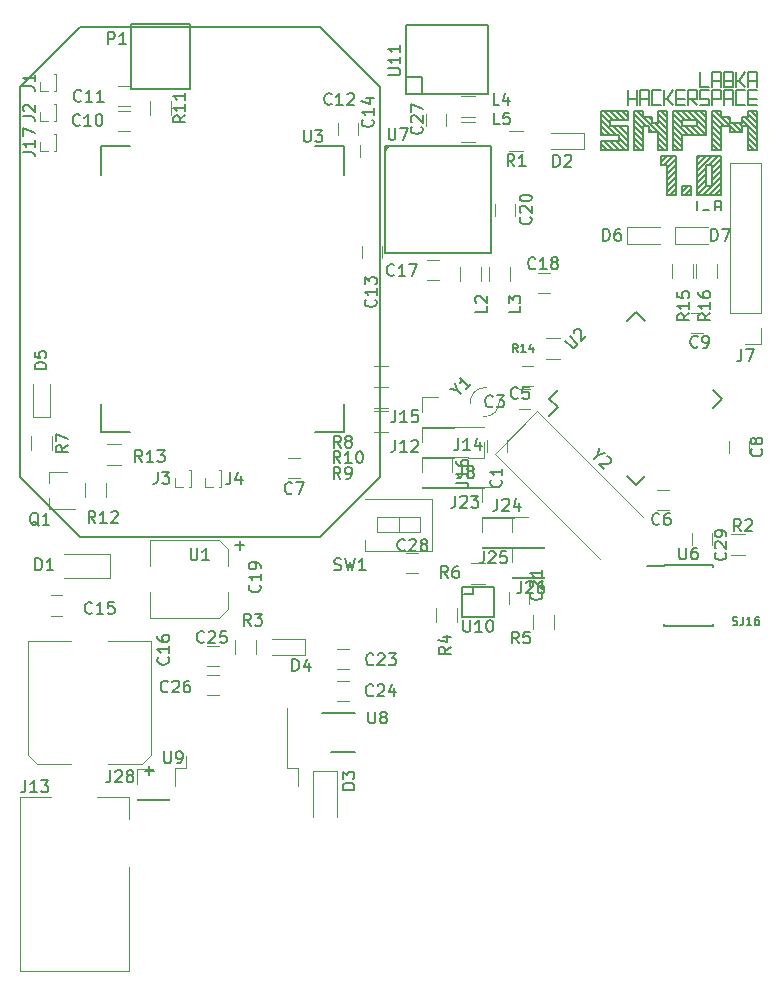
<source format=gbr>
G04 #@! TF.FileFunction,Legend,Top*
%FSLAX46Y46*%
G04 Gerber Fmt 4.6, Leading zero omitted, Abs format (unit mm)*
G04 Created by KiCad (PCBNEW 4.0.7-e2-6376~58~ubuntu16.04.1) date Mon Oct 23 12:39:53 2017*
%MOMM*%
%LPD*%
G01*
G04 APERTURE LIST*
%ADD10C,0.100000*%
%ADD11C,0.120000*%
%ADD12C,0.150000*%
G04 APERTURE END LIST*
D10*
D11*
X133720000Y-116140000D02*
X136610000Y-116140000D01*
X142620000Y-116140000D02*
X139730000Y-116140000D01*
X143380000Y-105720000D02*
X139730000Y-105720000D01*
X132960000Y-105720000D02*
X136610000Y-105720000D01*
X143380000Y-105720000D02*
X143380000Y-115380000D01*
X143380000Y-115380000D02*
X142620000Y-116140000D01*
X133720000Y-116140000D02*
X132960000Y-115380000D01*
X132960000Y-115380000D02*
X132960000Y-105720000D01*
X155948000Y-90209000D02*
X154948000Y-90209000D01*
X154948000Y-91909000D02*
X155948000Y-91909000D01*
X141597000Y-60872000D02*
X140597000Y-60872000D01*
X140597000Y-62572000D02*
X141597000Y-62572000D01*
X141597000Y-58713000D02*
X140597000Y-58713000D01*
X140597000Y-60413000D02*
X141597000Y-60413000D01*
X162902000Y-73271000D02*
X162902000Y-72271000D01*
X161202000Y-72271000D02*
X161202000Y-73271000D01*
X135850000Y-101860000D02*
X134850000Y-101860000D01*
X134850000Y-103560000D02*
X135850000Y-103560000D01*
X166759000Y-75145000D02*
X167759000Y-75145000D01*
X167759000Y-73445000D02*
X166759000Y-73445000D01*
X177131600Y-74588000D02*
X176131600Y-74588000D01*
X176131600Y-76288000D02*
X177131600Y-76288000D01*
X149900000Y-97920000D02*
X149900000Y-99340000D01*
X143300000Y-97160000D02*
X143300000Y-99340000D01*
X143300000Y-103760000D02*
X143300000Y-101580000D01*
X149900000Y-103000000D02*
X149900000Y-101580000D01*
X143300000Y-97160000D02*
X149140000Y-97160000D01*
X149140000Y-97160000D02*
X149900000Y-97920000D01*
X149900000Y-103000000D02*
X149140000Y-103760000D01*
X149140000Y-103760000D02*
X143300000Y-103760000D01*
X173648000Y-101608000D02*
X173648000Y-102608000D01*
X175348000Y-102608000D02*
X175348000Y-101608000D01*
X159100000Y-108060000D02*
X160100000Y-108060000D01*
X160100000Y-106360000D02*
X159100000Y-106360000D01*
X159100000Y-110810000D02*
X160100000Y-110810000D01*
X160100000Y-109110000D02*
X159100000Y-109110000D01*
X149100000Y-106110000D02*
X148100000Y-106110000D01*
X148100000Y-107810000D02*
X149100000Y-107810000D01*
X149100000Y-108610000D02*
X148100000Y-108610000D01*
X148100000Y-110310000D02*
X149100000Y-110310000D01*
X168363000Y-62095000D02*
X168363000Y-61095000D01*
X166663000Y-61095000D02*
X166663000Y-62095000D01*
X139900000Y-100360000D02*
X139900000Y-98360000D01*
X139900000Y-98360000D02*
X136000000Y-98360000D01*
X139900000Y-100360000D02*
X136000000Y-100360000D01*
X179981000Y-64073000D02*
X179981000Y-62673000D01*
X179981000Y-62673000D02*
X177181000Y-62673000D01*
X179981000Y-64073000D02*
X177181000Y-64073000D01*
X156400000Y-106910000D02*
X156400000Y-105510000D01*
X156400000Y-105510000D02*
X153600000Y-105510000D01*
X156400000Y-106910000D02*
X153600000Y-106910000D01*
X135305000Y-59115000D02*
X135305000Y-57725000D01*
X135305000Y-59115000D02*
X135180000Y-59115000D01*
X135305000Y-57725000D02*
X135180000Y-57725000D01*
X135305000Y-59115000D02*
X135305000Y-59028276D01*
X135305000Y-57811724D02*
X135305000Y-57725000D01*
X134620000Y-59115000D02*
X133935000Y-59115000D01*
X133935000Y-59115000D02*
X133935000Y-58420000D01*
X135305000Y-61655000D02*
X135305000Y-60265000D01*
X135305000Y-61655000D02*
X135180000Y-61655000D01*
X135305000Y-60265000D02*
X135180000Y-60265000D01*
X135305000Y-61655000D02*
X135305000Y-61568276D01*
X135305000Y-60351724D02*
X135305000Y-60265000D01*
X134620000Y-61655000D02*
X133935000Y-61655000D01*
X133935000Y-61655000D02*
X133935000Y-60960000D01*
X146735000Y-92643000D02*
X146735000Y-91253000D01*
X146735000Y-92643000D02*
X146610000Y-92643000D01*
X146735000Y-91253000D02*
X146610000Y-91253000D01*
X146735000Y-92643000D02*
X146735000Y-92556276D01*
X146735000Y-91339724D02*
X146735000Y-91253000D01*
X146050000Y-92643000D02*
X145365000Y-92643000D01*
X145365000Y-92643000D02*
X145365000Y-91948000D01*
X149275000Y-92643000D02*
X149275000Y-91253000D01*
X149275000Y-92643000D02*
X149150000Y-92643000D01*
X149275000Y-91253000D02*
X149150000Y-91253000D01*
X149275000Y-92643000D02*
X149275000Y-92556276D01*
X149275000Y-91339724D02*
X149275000Y-91253000D01*
X148590000Y-92643000D02*
X147905000Y-92643000D01*
X147905000Y-92643000D02*
X147905000Y-91948000D01*
X195005000Y-65218000D02*
X192345000Y-65218000D01*
X195005000Y-77978000D02*
X195005000Y-65218000D01*
X192345000Y-77978000D02*
X192345000Y-65218000D01*
X195005000Y-77978000D02*
X192345000Y-77978000D01*
X195005000Y-79248000D02*
X195005000Y-80578000D01*
X195005000Y-80578000D02*
X193675000Y-80578000D01*
X141500000Y-124820000D02*
X141500000Y-133620000D01*
X141500000Y-133620000D02*
X132300000Y-133620000D01*
X138800000Y-118920000D02*
X141500000Y-118920000D01*
X141500000Y-118920000D02*
X141500000Y-120820000D01*
X132300000Y-133620000D02*
X132300000Y-118920000D01*
X132300000Y-118920000D02*
X134900000Y-118920000D01*
X169554000Y-75276000D02*
X169554000Y-74076000D01*
X171314000Y-74076000D02*
X171314000Y-75276000D01*
X171967000Y-75276000D02*
X171967000Y-74076000D01*
X173727000Y-74076000D02*
X173727000Y-75276000D01*
X169580000Y-59572000D02*
X170780000Y-59572000D01*
X170780000Y-61332000D02*
X169580000Y-61332000D01*
X169580000Y-61731000D02*
X170780000Y-61731000D01*
X170780000Y-63491000D02*
X169580000Y-63491000D01*
D12*
X146645000Y-53499000D02*
X146645000Y-58999000D01*
X146645000Y-58999000D02*
X141645000Y-58999000D01*
X141645000Y-58999000D02*
X141645000Y-53499000D01*
X141645000Y-53499000D02*
X146645000Y-53499000D01*
D11*
X174844000Y-64253000D02*
X173644000Y-64253000D01*
X173644000Y-62493000D02*
X174844000Y-62493000D01*
X192440000Y-96681400D02*
X193640000Y-96681400D01*
X193640000Y-98441400D02*
X192440000Y-98441400D01*
X152230000Y-105610000D02*
X152230000Y-106810000D01*
X150470000Y-106810000D02*
X150470000Y-105610000D01*
X169256600Y-102930400D02*
X169256600Y-104130400D01*
X167496600Y-104130400D02*
X167496600Y-102930400D01*
X177460800Y-103489200D02*
X177460800Y-104689200D01*
X175700800Y-104689200D02*
X175700800Y-103489200D01*
X170456300Y-99094400D02*
X171656300Y-99094400D01*
X171656300Y-100854400D02*
X170456300Y-100854400D01*
X161493000Y-93715000D02*
X167183000Y-93715000D01*
X167183000Y-93715000D02*
X167183000Y-98055000D01*
X167183000Y-98055000D02*
X161493000Y-98055000D01*
X161493000Y-98055000D02*
X161493000Y-97155000D01*
X162528000Y-95250000D02*
X162528000Y-96520000D01*
X162528000Y-96520000D02*
X166148000Y-96520000D01*
X166148000Y-96520000D02*
X166148000Y-95250000D01*
X166148000Y-95250000D02*
X162528000Y-95250000D01*
X164338000Y-95250000D02*
X164338000Y-96520000D01*
D12*
X137299700Y-53708300D02*
X157619700Y-53708300D01*
X162699700Y-91808300D02*
X162699700Y-58788300D01*
X137299700Y-96888300D02*
X157619700Y-96888300D01*
X132219700Y-58788300D02*
X132219700Y-91808300D01*
X137299700Y-96888300D02*
X132219700Y-91808300D01*
X157619700Y-96888300D02*
X162699700Y-91808300D01*
X157619700Y-53708300D02*
X162699700Y-58788300D01*
X132219700Y-58788300D02*
X137299700Y-53708300D01*
X186774000Y-99279000D02*
X186774000Y-99329000D01*
X190924000Y-99279000D02*
X190924000Y-99424000D01*
X190924000Y-104429000D02*
X190924000Y-104284000D01*
X186774000Y-104429000D02*
X186774000Y-104284000D01*
X186774000Y-99279000D02*
X190924000Y-99279000D01*
X186774000Y-104429000D02*
X190924000Y-104429000D01*
X186774000Y-99329000D02*
X185374000Y-99329000D01*
X163307000Y-63893000D02*
X163207000Y-64043000D01*
X163157000Y-64243000D02*
X163507000Y-63843000D01*
X172157000Y-63843000D02*
X172157000Y-72843000D01*
X172157000Y-72843000D02*
X163157000Y-72843000D01*
X163157000Y-72843000D02*
X163157000Y-63843000D01*
X163157000Y-63843000D02*
X172157000Y-63843000D01*
X165008000Y-57974000D02*
X166308000Y-57974000D01*
X166308000Y-57974000D02*
X166308000Y-59374000D01*
X171908000Y-59374000D02*
X171908000Y-53574000D01*
X171908000Y-53574000D02*
X164908000Y-53574000D01*
X164908000Y-53574000D02*
X164908000Y-59374000D01*
X164908000Y-59374000D02*
X171908000Y-59374000D01*
D11*
X171732366Y-84260783D02*
G75*
G03X170389551Y-85604351I-118615J-1224266D01*
G01*
X172838017Y-85366434D02*
G75*
G02X171494449Y-86709249I-1224266J-118615D01*
G01*
X155800000Y-118010000D02*
X155800000Y-116510000D01*
X155800000Y-116510000D02*
X154850000Y-116510000D01*
X154850000Y-116510000D02*
X154850000Y-111385000D01*
X145400000Y-118010000D02*
X145400000Y-116510000D01*
X145400000Y-116510000D02*
X146350000Y-116510000D01*
X146350000Y-116510000D02*
X146350000Y-115410000D01*
X134980000Y-88360000D02*
X134980000Y-89560000D01*
X133220000Y-89560000D02*
X133220000Y-88360000D01*
X143265000Y-61179000D02*
X143265000Y-59979000D01*
X145025000Y-59979000D02*
X145025000Y-61179000D01*
X133400000Y-86760000D02*
X134800000Y-86760000D01*
X134800000Y-86760000D02*
X134800000Y-83960000D01*
X133400000Y-86760000D02*
X133400000Y-83960000D01*
D12*
X139156000Y-66227000D02*
X139156000Y-63827000D01*
X139156000Y-63827000D02*
X141556000Y-63827000D01*
X157256000Y-63827000D02*
X159656000Y-63827000D01*
X159656000Y-63827000D02*
X159656000Y-66227000D01*
X157256000Y-88027000D02*
X159656000Y-88027000D01*
X159656000Y-88027000D02*
X159656000Y-85627000D01*
X139156000Y-85627000D02*
X139156000Y-88027000D01*
X139156000Y-88027000D02*
X141556000Y-88027000D01*
D11*
X139608000Y-89036000D02*
X140808000Y-89036000D01*
X140808000Y-90796000D02*
X139608000Y-90796000D01*
X134749000Y-91384000D02*
X134749000Y-92314000D01*
X134749000Y-94544000D02*
X134749000Y-93614000D01*
X134749000Y-94544000D02*
X136909000Y-94544000D01*
X134749000Y-91384000D02*
X136209000Y-91384000D01*
X175734600Y-82436600D02*
X174734600Y-82436600D01*
X174734600Y-84136600D02*
X175734600Y-84136600D01*
X186190000Y-94601400D02*
X187190000Y-94601400D01*
X187190000Y-92901400D02*
X186190000Y-92901400D01*
X194017000Y-89781000D02*
X194017000Y-88781000D01*
X192317000Y-88781000D02*
X192317000Y-89781000D01*
X189060200Y-79615400D02*
X190060200Y-79615400D01*
X190060200Y-77915400D02*
X189060200Y-77915400D01*
X159170000Y-61857000D02*
X159170000Y-62857000D01*
X160870000Y-62857000D02*
X160870000Y-61857000D01*
X161075000Y-63762000D02*
X161075000Y-64762000D01*
X162775000Y-64762000D02*
X162775000Y-63762000D01*
X172505000Y-68715000D02*
X172505000Y-69715000D01*
X174205000Y-69715000D02*
X174205000Y-68715000D01*
X159100000Y-116710000D02*
X157100000Y-116710000D01*
X157100000Y-116710000D02*
X157100000Y-120610000D01*
X159100000Y-116710000D02*
X159100000Y-120610000D01*
X162214000Y-82432000D02*
X163414000Y-82432000D01*
X163414000Y-84192000D02*
X162214000Y-84192000D01*
X162214000Y-86242000D02*
X163414000Y-86242000D01*
X163414000Y-88002000D02*
X162214000Y-88002000D01*
X162214000Y-84210000D02*
X163414000Y-84210000D01*
X163414000Y-85970000D02*
X162214000Y-85970000D01*
X137804000Y-93564000D02*
X137804000Y-92364000D01*
X139564000Y-92364000D02*
X139564000Y-93564000D01*
X171510000Y-87570000D02*
X168850000Y-87570000D01*
X171510000Y-87630000D02*
X171510000Y-87570000D01*
X168850000Y-87630000D02*
X168850000Y-87570000D01*
X171510000Y-87630000D02*
X168850000Y-87630000D01*
X171510000Y-88900000D02*
X171510000Y-90230000D01*
X171510000Y-90230000D02*
X170180000Y-90230000D01*
X166310000Y-90230000D02*
X168970000Y-90230000D01*
X166310000Y-90170000D02*
X166310000Y-90230000D01*
X168970000Y-90170000D02*
X168970000Y-90230000D01*
X166310000Y-90170000D02*
X168970000Y-90170000D01*
X166310000Y-88900000D02*
X166310000Y-87570000D01*
X166310000Y-87570000D02*
X167640000Y-87570000D01*
X168850000Y-92770000D02*
X171510000Y-92770000D01*
X168850000Y-92710000D02*
X168850000Y-92770000D01*
X171510000Y-92710000D02*
X171510000Y-92770000D01*
X168850000Y-92710000D02*
X171510000Y-92710000D01*
X168850000Y-91440000D02*
X168850000Y-90110000D01*
X168850000Y-90110000D02*
X170180000Y-90110000D01*
X166310000Y-87690000D02*
X168970000Y-87690000D01*
X166310000Y-87630000D02*
X166310000Y-87690000D01*
X168970000Y-87630000D02*
X168970000Y-87690000D01*
X166310000Y-87630000D02*
X168970000Y-87630000D01*
X166310000Y-86360000D02*
X166310000Y-85030000D01*
X166310000Y-85030000D02*
X167640000Y-85030000D01*
X166310000Y-92770000D02*
X168970000Y-92770000D01*
X166310000Y-92710000D02*
X166310000Y-92770000D01*
X168970000Y-92710000D02*
X168970000Y-92770000D01*
X166310000Y-92710000D02*
X168970000Y-92710000D01*
X166310000Y-91440000D02*
X166310000Y-90110000D01*
X166310000Y-90110000D02*
X167640000Y-90110000D01*
X173519200Y-89730200D02*
X173519200Y-88730200D01*
X171819200Y-88730200D02*
X171819200Y-89730200D01*
X174480600Y-86067000D02*
X175480600Y-86067000D01*
X175480600Y-84367000D02*
X174480600Y-84367000D01*
X177993600Y-81829800D02*
X176793600Y-81829800D01*
X176793600Y-80069800D02*
X177993600Y-80069800D01*
X165981000Y-98273500D02*
X164981000Y-98273500D01*
X164981000Y-99973500D02*
X165981000Y-99973500D01*
X135305000Y-64195000D02*
X135305000Y-62805000D01*
X135305000Y-64195000D02*
X135180000Y-64195000D01*
X135305000Y-62805000D02*
X135180000Y-62805000D01*
X135305000Y-64195000D02*
X135305000Y-64108276D01*
X135305000Y-62891724D02*
X135305000Y-62805000D01*
X134620000Y-64195000D02*
X133935000Y-64195000D01*
X133935000Y-64195000D02*
X133935000Y-63500000D01*
D12*
X170631000Y-101223000D02*
X170631000Y-101723000D01*
X169881000Y-101773000D02*
X170581000Y-101773000D01*
X169681000Y-103723000D02*
X172431000Y-103723000D01*
X172431000Y-103723000D02*
X172431000Y-101173000D01*
X172431000Y-101173000D02*
X169681000Y-101173000D01*
X169681000Y-101173000D02*
X169681000Y-103723000D01*
D11*
X190842000Y-97578800D02*
X190842000Y-96578800D01*
X189142000Y-96578800D02*
X189142000Y-97578800D01*
D12*
X190881000Y-66167000D02*
X191643000Y-65405000D01*
X190881000Y-65659000D02*
X191643000Y-64897000D01*
X190627000Y-65405000D02*
X191389000Y-64643000D01*
X189611000Y-64897000D02*
X189865000Y-64643000D01*
X189611000Y-65405000D02*
X190373000Y-64643000D01*
X189611000Y-65913000D02*
X190373000Y-65151000D01*
X190373000Y-65151000D02*
X190881000Y-64643000D01*
X189611000Y-66421000D02*
X190373000Y-65659000D01*
X189611000Y-66929000D02*
X190373000Y-66167000D01*
X189611000Y-67437000D02*
X190373000Y-66675000D01*
X190881000Y-66675000D02*
X191643000Y-65913000D01*
X189611000Y-67945000D02*
X190373000Y-67183000D01*
X190119000Y-67945000D02*
X190881000Y-67183000D01*
X190881000Y-67183000D02*
X191643000Y-66421000D01*
X190627000Y-67945000D02*
X191643000Y-66929000D01*
X191135000Y-67945000D02*
X191643000Y-67437000D01*
X188595000Y-67945000D02*
X189103000Y-67437000D01*
X188341000Y-67691000D02*
X188849000Y-67183000D01*
X187325000Y-67945000D02*
X187833000Y-67437000D01*
X187071000Y-67691000D02*
X187833000Y-66929000D01*
X187071000Y-67183000D02*
X187833000Y-66421000D01*
X187071000Y-66675000D02*
X187833000Y-65913000D01*
X187071000Y-66167000D02*
X187833000Y-65405000D01*
X187071000Y-65659000D02*
X187833000Y-64897000D01*
X186817000Y-65405000D02*
X187579000Y-64643000D01*
X186563000Y-65151000D02*
X187071000Y-64643000D01*
X193929000Y-63627000D02*
X194437000Y-64135000D01*
X193929000Y-63119000D02*
X194691000Y-63881000D01*
X193929000Y-62611000D02*
X194691000Y-63373000D01*
X194183000Y-60833000D02*
X194691000Y-61341000D01*
X193929000Y-61087000D02*
X194691000Y-61849000D01*
X193675000Y-61341000D02*
X194691000Y-62357000D01*
X193421000Y-61595000D02*
X193929000Y-62103000D01*
X193929000Y-62103000D02*
X194691000Y-62865000D01*
X193167000Y-61849000D02*
X193421000Y-62103000D01*
X192659000Y-61849000D02*
X193421000Y-62611000D01*
X192405000Y-62103000D02*
X192913000Y-62611000D01*
X192151000Y-61341000D02*
X192405000Y-61595000D01*
X191135000Y-60833000D02*
X192405000Y-62103000D01*
X190881000Y-61087000D02*
X191897000Y-62103000D01*
X190881000Y-61595000D02*
X191643000Y-62357000D01*
X190881000Y-62103000D02*
X191643000Y-62865000D01*
X190881000Y-62611000D02*
X191643000Y-63373000D01*
X190881000Y-63119000D02*
X191643000Y-63881000D01*
X190881000Y-63627000D02*
X191389000Y-64135000D01*
X189865000Y-60833000D02*
X190373000Y-61341000D01*
X189357000Y-60833000D02*
X190373000Y-61849000D01*
X189611000Y-61595000D02*
X190373000Y-62357000D01*
X188849000Y-60833000D02*
X189611000Y-61595000D01*
X189103000Y-61595000D02*
X188341000Y-60833000D01*
X190373000Y-62865000D02*
X189611000Y-62103000D01*
X189103000Y-62103000D02*
X189865000Y-62865000D01*
X187833000Y-60833000D02*
X188595000Y-61595000D01*
X188595000Y-62103000D02*
X189357000Y-62865000D01*
X187579000Y-61087000D02*
X188341000Y-61849000D01*
X187579000Y-61595000D02*
X188849000Y-62865000D01*
X187579000Y-62103000D02*
X188341000Y-62865000D01*
X187579000Y-62611000D02*
X188341000Y-63373000D01*
X187579000Y-63119000D02*
X188341000Y-63881000D01*
X187579000Y-63627000D02*
X188087000Y-64135000D01*
X186309000Y-63627000D02*
X186817000Y-64135000D01*
X186309000Y-63119000D02*
X187071000Y-63881000D01*
X185547000Y-62357000D02*
X185801000Y-62611000D01*
X186563000Y-60833000D02*
X187071000Y-61341000D01*
X186309000Y-61087000D02*
X187071000Y-61849000D01*
X186309000Y-61595000D02*
X187071000Y-62357000D01*
X186055000Y-61849000D02*
X187071000Y-62865000D01*
X185547000Y-61341000D02*
X185801000Y-61595000D01*
X186309000Y-62611000D02*
X187071000Y-63373000D01*
X184531000Y-60833000D02*
X186309000Y-62611000D01*
X184277000Y-61087000D02*
X185293000Y-62103000D01*
X184277000Y-61595000D02*
X185039000Y-62357000D01*
X184277000Y-62103000D02*
X185039000Y-62865000D01*
X184277000Y-62611000D02*
X185039000Y-63373000D01*
X184277000Y-63119000D02*
X185039000Y-63881000D01*
X184277000Y-63627000D02*
X184785000Y-64135000D01*
X183261000Y-60833000D02*
X183769000Y-61341000D01*
X182753000Y-60833000D02*
X183515000Y-61595000D01*
X182245000Y-60833000D02*
X183007000Y-61595000D01*
X181737000Y-60833000D02*
X182499000Y-61595000D01*
X182245000Y-61849000D02*
X181483000Y-61087000D01*
X181483000Y-62611000D02*
X181737000Y-62865000D01*
X181483000Y-62103000D02*
X182245000Y-62865000D01*
X182753000Y-62865000D02*
X181483000Y-61595000D01*
X183007000Y-62103000D02*
X183769000Y-62865000D01*
X182499000Y-62103000D02*
X183769000Y-63373000D01*
X183007000Y-63119000D02*
X183769000Y-63881000D01*
X182753000Y-63373000D02*
X183515000Y-64135000D01*
X182245000Y-63373000D02*
X183007000Y-64135000D01*
X181737000Y-63373000D02*
X182499000Y-64135000D01*
X181483000Y-63627000D02*
X181991000Y-64135000D01*
X191135000Y-68961000D02*
X191643000Y-68961000D01*
X191135000Y-69215000D02*
X191135000Y-68453000D01*
X191135000Y-68453000D02*
X191643000Y-68453000D01*
X191643000Y-68453000D02*
X191643000Y-69215000D01*
X190119000Y-69215000D02*
X190627000Y-69215000D01*
X189611000Y-69215000D02*
X189611000Y-68453000D01*
X193167000Y-61849000D02*
X193421000Y-61849000D01*
X193167000Y-62611000D02*
X193421000Y-62611000D01*
X192151000Y-62103000D02*
X192405000Y-62103000D01*
X192151000Y-61341000D02*
X192405000Y-61341000D01*
X189611000Y-64643000D02*
X191643000Y-64643000D01*
X191643000Y-64643000D02*
X191643000Y-67945000D01*
X191643000Y-67945000D02*
X189611000Y-67945000D01*
X190373000Y-65405000D02*
X190373000Y-67183000D01*
X190373000Y-67183000D02*
X190881000Y-67183000D01*
X190881000Y-67183000D02*
X190881000Y-65405000D01*
X190881000Y-65405000D02*
X190373000Y-65405000D01*
X189611000Y-67945000D02*
X189611000Y-64643000D01*
X188341000Y-67945000D02*
X188341000Y-67183000D01*
X188341000Y-67183000D02*
X189103000Y-67183000D01*
X189103000Y-67183000D02*
X189103000Y-67945000D01*
X189103000Y-67945000D02*
X188341000Y-67945000D01*
X187833000Y-64643000D02*
X187833000Y-67945000D01*
X187833000Y-67945000D02*
X187071000Y-67945000D01*
X187071000Y-67945000D02*
X187071000Y-65405000D01*
X187071000Y-65405000D02*
X186563000Y-65405000D01*
X186563000Y-65405000D02*
X186563000Y-64643000D01*
X186563000Y-64643000D02*
X187071000Y-64643000D01*
X187071000Y-64643000D02*
X187833000Y-64643000D01*
X191643000Y-61341000D02*
X192151000Y-61341000D01*
X192405000Y-61341000D02*
X192405000Y-61849000D01*
X192405000Y-61849000D02*
X192659000Y-61849000D01*
X191643000Y-62103000D02*
X192151000Y-62103000D01*
X192405000Y-62103000D02*
X192405000Y-62611000D01*
X192405000Y-62611000D02*
X192659000Y-62611000D01*
X190881000Y-60833000D02*
X191643000Y-60833000D01*
X191643000Y-60833000D02*
X191643000Y-61341000D01*
X192659000Y-61849000D02*
X193167000Y-61849000D01*
X193421000Y-61849000D02*
X193421000Y-61341000D01*
X193421000Y-61341000D02*
X193929000Y-61341000D01*
X193929000Y-61341000D02*
X193929000Y-60833000D01*
X193929000Y-60833000D02*
X194691000Y-60833000D01*
X194691000Y-60833000D02*
X194691000Y-64135000D01*
X194691000Y-64135000D02*
X193929000Y-64135000D01*
X193929000Y-64135000D02*
X193929000Y-62103000D01*
X193929000Y-62103000D02*
X193421000Y-62103000D01*
X193421000Y-62103000D02*
X193421000Y-62611000D01*
X193167000Y-62611000D02*
X192659000Y-62611000D01*
X191643000Y-62103000D02*
X191643000Y-64135000D01*
X191643000Y-64135000D02*
X190881000Y-64135000D01*
X190881000Y-60833000D02*
X190881000Y-64135000D01*
X188341000Y-61595000D02*
X188341000Y-62103000D01*
X188341000Y-62103000D02*
X189611000Y-62103000D01*
X189611000Y-62103000D02*
X189611000Y-61595000D01*
X189611000Y-61595000D02*
X188341000Y-61595000D01*
X187579000Y-64135000D02*
X187579000Y-60833000D01*
X187579000Y-60833000D02*
X190373000Y-60833000D01*
X190373000Y-60833000D02*
X190373000Y-62865000D01*
X190373000Y-62865000D02*
X188341000Y-62865000D01*
X188341000Y-62865000D02*
X188341000Y-64135000D01*
X188341000Y-64135000D02*
X187579000Y-64135000D01*
X185039000Y-62103000D02*
X185039000Y-64135000D01*
X185039000Y-64135000D02*
X184785000Y-64135000D01*
X184277000Y-64135000D02*
X184277000Y-60833000D01*
X184277000Y-60833000D02*
X185039000Y-60833000D01*
X185039000Y-60833000D02*
X185039000Y-61341000D01*
X185039000Y-61341000D02*
X185801000Y-61341000D01*
X185801000Y-61341000D02*
X185801000Y-61849000D01*
X185801000Y-61849000D02*
X186309000Y-61849000D01*
X186309000Y-61849000D02*
X186309000Y-60833000D01*
X186309000Y-60833000D02*
X187071000Y-60833000D01*
X187071000Y-60833000D02*
X187071000Y-64135000D01*
X187071000Y-64135000D02*
X186309000Y-64135000D01*
X186309000Y-64135000D02*
X186309000Y-62611000D01*
X186309000Y-62611000D02*
X185547000Y-62611000D01*
X185547000Y-62611000D02*
X185547000Y-62357000D01*
X185547000Y-62357000D02*
X185547000Y-62103000D01*
X185547000Y-62103000D02*
X185039000Y-62103000D01*
X184785000Y-64135000D02*
X184277000Y-64135000D01*
X183769000Y-60833000D02*
X183769000Y-61595000D01*
X183769000Y-61595000D02*
X182245000Y-61595000D01*
X182245000Y-61595000D02*
X182245000Y-62103000D01*
X182245000Y-62103000D02*
X183769000Y-62103000D01*
X183769000Y-62103000D02*
X183769000Y-64135000D01*
X183769000Y-64135000D02*
X181483000Y-64135000D01*
X181483000Y-64135000D02*
X181483000Y-63373000D01*
X181483000Y-63373000D02*
X183007000Y-63373000D01*
X183007000Y-63373000D02*
X183007000Y-62865000D01*
X183007000Y-62865000D02*
X181483000Y-62865000D01*
X181483000Y-62865000D02*
X181483000Y-60833000D01*
X181483000Y-60833000D02*
X183769000Y-60833000D01*
X193929000Y-59817000D02*
X194691000Y-59817000D01*
X194691000Y-59055000D02*
X193929000Y-59055000D01*
X193929000Y-59055000D02*
X193929000Y-60325000D01*
X193929000Y-60325000D02*
X194691000Y-60325000D01*
X193675000Y-60325000D02*
X192913000Y-60325000D01*
X192913000Y-60325000D02*
X192913000Y-59055000D01*
X192913000Y-59055000D02*
X193675000Y-59055000D01*
X191897000Y-59817000D02*
X192659000Y-59817000D01*
X191897000Y-60325000D02*
X191897000Y-59055000D01*
X191897000Y-59055000D02*
X192659000Y-59055000D01*
X192659000Y-59055000D02*
X192659000Y-60325000D01*
X190881000Y-60325000D02*
X190881000Y-59055000D01*
X190881000Y-59055000D02*
X191643000Y-59055000D01*
X191643000Y-59055000D02*
X191643000Y-59817000D01*
X191643000Y-59817000D02*
X190881000Y-59817000D01*
X190627000Y-59055000D02*
X189865000Y-59055000D01*
X189865000Y-59055000D02*
X189865000Y-59817000D01*
X189865000Y-59817000D02*
X190627000Y-59817000D01*
X190627000Y-59817000D02*
X190627000Y-60325000D01*
X190627000Y-60325000D02*
X189865000Y-60325000D01*
X189103000Y-59817000D02*
X189611000Y-60325000D01*
X188849000Y-59055000D02*
X189611000Y-59055000D01*
X189611000Y-59055000D02*
X189611000Y-59817000D01*
X189611000Y-59817000D02*
X188849000Y-59817000D01*
X188849000Y-59055000D02*
X188849000Y-60325000D01*
X188341000Y-59817000D02*
X188595000Y-59817000D01*
X187833000Y-59817000D02*
X188341000Y-59817000D01*
X187833000Y-59055000D02*
X188595000Y-59055000D01*
X187833000Y-59055000D02*
X187833000Y-60325000D01*
X187833000Y-60325000D02*
X188595000Y-60325000D01*
X187071000Y-59817000D02*
X187579000Y-60325000D01*
X186817000Y-59817000D02*
X187071000Y-59817000D01*
X187071000Y-59817000D02*
X187579000Y-59055000D01*
X186817000Y-59055000D02*
X186817000Y-60325000D01*
X186563000Y-59055000D02*
X185801000Y-59055000D01*
X185801000Y-59055000D02*
X185801000Y-60325000D01*
X185801000Y-60325000D02*
X186563000Y-60325000D01*
X185547000Y-59817000D02*
X184785000Y-59817000D01*
X184785000Y-60325000D02*
X184785000Y-59055000D01*
X184785000Y-59055000D02*
X185547000Y-59055000D01*
X185547000Y-59055000D02*
X185547000Y-60325000D01*
X184531000Y-59055000D02*
X184531000Y-60325000D01*
X183769000Y-59817000D02*
X184531000Y-59817000D01*
X183769000Y-59055000D02*
X183769000Y-60325000D01*
X194691000Y-58293000D02*
X193929000Y-58293000D01*
X193929000Y-58801000D02*
X193929000Y-57531000D01*
X193929000Y-57531000D02*
X194691000Y-57531000D01*
X194691000Y-57531000D02*
X194691000Y-58801000D01*
X193167000Y-58293000D02*
X193675000Y-58801000D01*
X192913000Y-58293000D02*
X193167000Y-58293000D01*
X193167000Y-58293000D02*
X193675000Y-57531000D01*
X192913000Y-57531000D02*
X192913000Y-58801000D01*
X191897000Y-58293000D02*
X192659000Y-58293000D01*
X191897000Y-57531000D02*
X191897000Y-58801000D01*
X191897000Y-58801000D02*
X192659000Y-58801000D01*
X192659000Y-58801000D02*
X192659000Y-58039000D01*
X192659000Y-58039000D02*
X192659000Y-57531000D01*
X192659000Y-57531000D02*
X191897000Y-57531000D01*
X191643000Y-58293000D02*
X190881000Y-58293000D01*
X190881000Y-58801000D02*
X190881000Y-57531000D01*
X190881000Y-57531000D02*
X191643000Y-57531000D01*
X191643000Y-57531000D02*
X191643000Y-58801000D01*
X189865000Y-57531000D02*
X189865000Y-58801000D01*
X189865000Y-58801000D02*
X190627000Y-58801000D01*
D11*
X183620000Y-70674000D02*
X183620000Y-72074000D01*
X183620000Y-72074000D02*
X186420000Y-72074000D01*
X183620000Y-70674000D02*
X186420000Y-70674000D01*
X187684000Y-70674000D02*
X187684000Y-72074000D01*
X187684000Y-72074000D02*
X190484000Y-72074000D01*
X187684000Y-70674000D02*
X190484000Y-70674000D01*
X187461000Y-75022000D02*
X187461000Y-73822000D01*
X189221000Y-73822000D02*
X189221000Y-75022000D01*
X189493000Y-75022000D02*
X189493000Y-73822000D01*
X191253000Y-73822000D02*
X191253000Y-75022000D01*
D12*
X158575000Y-115110000D02*
X160625000Y-115110000D01*
X157870000Y-111810000D02*
X160625000Y-111810000D01*
D11*
X171390000Y-95310000D02*
X174050000Y-95310000D01*
X171390000Y-95250000D02*
X171390000Y-95310000D01*
X174050000Y-95250000D02*
X174050000Y-95310000D01*
X171390000Y-95250000D02*
X174050000Y-95250000D01*
X171390000Y-93980000D02*
X171390000Y-92650000D01*
X171390000Y-92650000D02*
X172720000Y-92650000D01*
X173930000Y-97850000D02*
X176590000Y-97850000D01*
X173930000Y-97790000D02*
X173930000Y-97850000D01*
X176590000Y-97790000D02*
X176590000Y-97850000D01*
X173930000Y-97790000D02*
X176590000Y-97790000D01*
X173930000Y-96520000D02*
X173930000Y-95190000D01*
X173930000Y-95190000D02*
X175260000Y-95190000D01*
X171390000Y-97850000D02*
X174050000Y-97850000D01*
X171390000Y-97790000D02*
X171390000Y-97850000D01*
X174050000Y-97790000D02*
X174050000Y-97850000D01*
X171390000Y-97790000D02*
X174050000Y-97790000D01*
X171390000Y-96520000D02*
X171390000Y-95190000D01*
X171390000Y-95190000D02*
X172720000Y-95190000D01*
X173930000Y-100390000D02*
X176590000Y-100390000D01*
X173930000Y-100330000D02*
X173930000Y-100390000D01*
X176590000Y-100330000D02*
X176590000Y-100390000D01*
X173930000Y-100330000D02*
X176590000Y-100330000D01*
X173930000Y-99060000D02*
X173930000Y-97730000D01*
X173930000Y-97730000D02*
X175260000Y-97730000D01*
X142180000Y-119186000D02*
X144840000Y-119186000D01*
X142180000Y-119126000D02*
X142180000Y-119186000D01*
X144840000Y-119126000D02*
X144840000Y-119186000D01*
X142180000Y-119126000D02*
X144840000Y-119126000D01*
X142180000Y-117856000D02*
X142180000Y-116526000D01*
X142180000Y-116526000D02*
X143510000Y-116526000D01*
D12*
X177085445Y-85217000D02*
X177792552Y-85924107D01*
X184404000Y-77898445D02*
X185164140Y-78658585D01*
X191722555Y-85217000D02*
X190962415Y-84456860D01*
X184404000Y-92535555D02*
X183643860Y-91775415D01*
X177085445Y-85217000D02*
X177845585Y-84456860D01*
X184404000Y-92535555D02*
X185164140Y-91775415D01*
X191722555Y-85217000D02*
X190962415Y-85977140D01*
X184404000Y-77898445D02*
X183643860Y-78658585D01*
X177792552Y-85924107D02*
X177067767Y-86648891D01*
D11*
X184968852Y-95180408D02*
X176059307Y-86270862D01*
X176059307Y-86270862D02*
X172453062Y-89877107D01*
X172453062Y-89877107D02*
X181362608Y-98786652D01*
D12*
X144806943Y-107094257D02*
X144854562Y-107141876D01*
X144902181Y-107284733D01*
X144902181Y-107379971D01*
X144854562Y-107522829D01*
X144759324Y-107618067D01*
X144664086Y-107665686D01*
X144473610Y-107713305D01*
X144330752Y-107713305D01*
X144140276Y-107665686D01*
X144045038Y-107618067D01*
X143949800Y-107522829D01*
X143902181Y-107379971D01*
X143902181Y-107284733D01*
X143949800Y-107141876D01*
X143997419Y-107094257D01*
X144902181Y-106141876D02*
X144902181Y-106713305D01*
X144902181Y-106427591D02*
X143902181Y-106427591D01*
X144045038Y-106522829D01*
X144140276Y-106618067D01*
X144187895Y-106713305D01*
X143902181Y-105284733D02*
X143902181Y-105475210D01*
X143949800Y-105570448D01*
X143997419Y-105618067D01*
X144140276Y-105713305D01*
X144330752Y-105760924D01*
X144711705Y-105760924D01*
X144806943Y-105713305D01*
X144854562Y-105665686D01*
X144902181Y-105570448D01*
X144902181Y-105379971D01*
X144854562Y-105284733D01*
X144806943Y-105237114D01*
X144711705Y-105189495D01*
X144473610Y-105189495D01*
X144378371Y-105237114D01*
X144330752Y-105284733D01*
X144283133Y-105379971D01*
X144283133Y-105570448D01*
X144330752Y-105665686D01*
X144378371Y-105713305D01*
X144473610Y-105760924D01*
X143211429Y-117090952D02*
X143211429Y-116329047D01*
X143592381Y-116709999D02*
X142830476Y-116709999D01*
X155294034Y-93181443D02*
X155246415Y-93229062D01*
X155103558Y-93276681D01*
X155008320Y-93276681D01*
X154865462Y-93229062D01*
X154770224Y-93133824D01*
X154722605Y-93038586D01*
X154674986Y-92848110D01*
X154674986Y-92705252D01*
X154722605Y-92514776D01*
X154770224Y-92419538D01*
X154865462Y-92324300D01*
X155008320Y-92276681D01*
X155103558Y-92276681D01*
X155246415Y-92324300D01*
X155294034Y-92371919D01*
X155627367Y-92276681D02*
X156294034Y-92276681D01*
X155865462Y-93276681D01*
X137329943Y-62015643D02*
X137282324Y-62063262D01*
X137139467Y-62110881D01*
X137044229Y-62110881D01*
X136901371Y-62063262D01*
X136806133Y-61968024D01*
X136758514Y-61872786D01*
X136710895Y-61682310D01*
X136710895Y-61539452D01*
X136758514Y-61348976D01*
X136806133Y-61253738D01*
X136901371Y-61158500D01*
X137044229Y-61110881D01*
X137139467Y-61110881D01*
X137282324Y-61158500D01*
X137329943Y-61206119D01*
X138282324Y-62110881D02*
X137710895Y-62110881D01*
X137996609Y-62110881D02*
X137996609Y-61110881D01*
X137901371Y-61253738D01*
X137806133Y-61348976D01*
X137710895Y-61396595D01*
X138901371Y-61110881D02*
X138996610Y-61110881D01*
X139091848Y-61158500D01*
X139139467Y-61206119D01*
X139187086Y-61301357D01*
X139234705Y-61491833D01*
X139234705Y-61729929D01*
X139187086Y-61920405D01*
X139139467Y-62015643D01*
X139091848Y-62063262D01*
X138996610Y-62110881D01*
X138901371Y-62110881D01*
X138806133Y-62063262D01*
X138758514Y-62015643D01*
X138710895Y-61920405D01*
X138663276Y-61729929D01*
X138663276Y-61491833D01*
X138710895Y-61301357D01*
X138758514Y-61206119D01*
X138806133Y-61158500D01*
X138901371Y-61110881D01*
X137444243Y-59958243D02*
X137396624Y-60005862D01*
X137253767Y-60053481D01*
X137158529Y-60053481D01*
X137015671Y-60005862D01*
X136920433Y-59910624D01*
X136872814Y-59815386D01*
X136825195Y-59624910D01*
X136825195Y-59482052D01*
X136872814Y-59291576D01*
X136920433Y-59196338D01*
X137015671Y-59101100D01*
X137158529Y-59053481D01*
X137253767Y-59053481D01*
X137396624Y-59101100D01*
X137444243Y-59148719D01*
X138396624Y-60053481D02*
X137825195Y-60053481D01*
X138110909Y-60053481D02*
X138110909Y-59053481D01*
X138015671Y-59196338D01*
X137920433Y-59291576D01*
X137825195Y-59339195D01*
X139349005Y-60053481D02*
X138777576Y-60053481D01*
X139063290Y-60053481D02*
X139063290Y-59053481D01*
X138968052Y-59196338D01*
X138872814Y-59291576D01*
X138777576Y-59339195D01*
X162358343Y-76804757D02*
X162405962Y-76852376D01*
X162453581Y-76995233D01*
X162453581Y-77090471D01*
X162405962Y-77233329D01*
X162310724Y-77328567D01*
X162215486Y-77376186D01*
X162025010Y-77423805D01*
X161882152Y-77423805D01*
X161691676Y-77376186D01*
X161596438Y-77328567D01*
X161501200Y-77233329D01*
X161453581Y-77090471D01*
X161453581Y-76995233D01*
X161501200Y-76852376D01*
X161548819Y-76804757D01*
X162453581Y-75852376D02*
X162453581Y-76423805D01*
X162453581Y-76138091D02*
X161453581Y-76138091D01*
X161596438Y-76233329D01*
X161691676Y-76328567D01*
X161739295Y-76423805D01*
X161453581Y-75519043D02*
X161453581Y-74899995D01*
X161834533Y-75233329D01*
X161834533Y-75090471D01*
X161882152Y-74995233D01*
X161929771Y-74947614D01*
X162025010Y-74899995D01*
X162263105Y-74899995D01*
X162358343Y-74947614D01*
X162405962Y-74995233D01*
X162453581Y-75090471D01*
X162453581Y-75376186D01*
X162405962Y-75471424D01*
X162358343Y-75519043D01*
X138358643Y-103316043D02*
X138311024Y-103363662D01*
X138168167Y-103411281D01*
X138072929Y-103411281D01*
X137930071Y-103363662D01*
X137834833Y-103268424D01*
X137787214Y-103173186D01*
X137739595Y-102982710D01*
X137739595Y-102839852D01*
X137787214Y-102649376D01*
X137834833Y-102554138D01*
X137930071Y-102458900D01*
X138072929Y-102411281D01*
X138168167Y-102411281D01*
X138311024Y-102458900D01*
X138358643Y-102506519D01*
X139311024Y-103411281D02*
X138739595Y-103411281D01*
X139025309Y-103411281D02*
X139025309Y-102411281D01*
X138930071Y-102554138D01*
X138834833Y-102649376D01*
X138739595Y-102696995D01*
X140215786Y-102411281D02*
X139739595Y-102411281D01*
X139691976Y-102887471D01*
X139739595Y-102839852D01*
X139834833Y-102792233D01*
X140072929Y-102792233D01*
X140168167Y-102839852D01*
X140215786Y-102887471D01*
X140263405Y-102982710D01*
X140263405Y-103220805D01*
X140215786Y-103316043D01*
X140168167Y-103363662D01*
X140072929Y-103411281D01*
X139834833Y-103411281D01*
X139739595Y-103363662D01*
X139691976Y-103316043D01*
X163936443Y-74715643D02*
X163888824Y-74763262D01*
X163745967Y-74810881D01*
X163650729Y-74810881D01*
X163507871Y-74763262D01*
X163412633Y-74668024D01*
X163365014Y-74572786D01*
X163317395Y-74382310D01*
X163317395Y-74239452D01*
X163365014Y-74048976D01*
X163412633Y-73953738D01*
X163507871Y-73858500D01*
X163650729Y-73810881D01*
X163745967Y-73810881D01*
X163888824Y-73858500D01*
X163936443Y-73906119D01*
X164888824Y-74810881D02*
X164317395Y-74810881D01*
X164603109Y-74810881D02*
X164603109Y-73810881D01*
X164507871Y-73953738D01*
X164412633Y-74048976D01*
X164317395Y-74096595D01*
X165222157Y-73810881D02*
X165888824Y-73810881D01*
X165460252Y-74810881D01*
X175887143Y-74144143D02*
X175839524Y-74191762D01*
X175696667Y-74239381D01*
X175601429Y-74239381D01*
X175458571Y-74191762D01*
X175363333Y-74096524D01*
X175315714Y-74001286D01*
X175268095Y-73810810D01*
X175268095Y-73667952D01*
X175315714Y-73477476D01*
X175363333Y-73382238D01*
X175458571Y-73287000D01*
X175601429Y-73239381D01*
X175696667Y-73239381D01*
X175839524Y-73287000D01*
X175887143Y-73334619D01*
X176839524Y-74239381D02*
X176268095Y-74239381D01*
X176553809Y-74239381D02*
X176553809Y-73239381D01*
X176458571Y-73382238D01*
X176363333Y-73477476D01*
X176268095Y-73525095D01*
X177410952Y-73667952D02*
X177315714Y-73620333D01*
X177268095Y-73572714D01*
X177220476Y-73477476D01*
X177220476Y-73429857D01*
X177268095Y-73334619D01*
X177315714Y-73287000D01*
X177410952Y-73239381D01*
X177601429Y-73239381D01*
X177696667Y-73287000D01*
X177744286Y-73334619D01*
X177791905Y-73429857D01*
X177791905Y-73477476D01*
X177744286Y-73572714D01*
X177696667Y-73620333D01*
X177601429Y-73667952D01*
X177410952Y-73667952D01*
X177315714Y-73715571D01*
X177268095Y-73763190D01*
X177220476Y-73858429D01*
X177220476Y-74048905D01*
X177268095Y-74144143D01*
X177315714Y-74191762D01*
X177410952Y-74239381D01*
X177601429Y-74239381D01*
X177696667Y-74191762D01*
X177744286Y-74144143D01*
X177791905Y-74048905D01*
X177791905Y-73858429D01*
X177744286Y-73763190D01*
X177696667Y-73715571D01*
X177601429Y-73667952D01*
X152541243Y-100972857D02*
X152588862Y-101020476D01*
X152636481Y-101163333D01*
X152636481Y-101258571D01*
X152588862Y-101401429D01*
X152493624Y-101496667D01*
X152398386Y-101544286D01*
X152207910Y-101591905D01*
X152065052Y-101591905D01*
X151874576Y-101544286D01*
X151779338Y-101496667D01*
X151684100Y-101401429D01*
X151636481Y-101258571D01*
X151636481Y-101163333D01*
X151684100Y-101020476D01*
X151731719Y-100972857D01*
X152636481Y-100020476D02*
X152636481Y-100591905D01*
X152636481Y-100306191D02*
X151636481Y-100306191D01*
X151779338Y-100401429D01*
X151874576Y-100496667D01*
X151922195Y-100591905D01*
X152636481Y-99544286D02*
X152636481Y-99353810D01*
X152588862Y-99258571D01*
X152541243Y-99210952D01*
X152398386Y-99115714D01*
X152207910Y-99068095D01*
X151826957Y-99068095D01*
X151731719Y-99115714D01*
X151684100Y-99163333D01*
X151636481Y-99258571D01*
X151636481Y-99449048D01*
X151684100Y-99544286D01*
X151731719Y-99591905D01*
X151826957Y-99639524D01*
X152065052Y-99639524D01*
X152160290Y-99591905D01*
X152207910Y-99544286D01*
X152255529Y-99449048D01*
X152255529Y-99258571D01*
X152207910Y-99163333D01*
X152160290Y-99115714D01*
X152065052Y-99068095D01*
X150499048Y-97621429D02*
X151260953Y-97621429D01*
X150880001Y-98002381D02*
X150880001Y-97240476D01*
X176379143Y-101607857D02*
X176426762Y-101655476D01*
X176474381Y-101798333D01*
X176474381Y-101893571D01*
X176426762Y-102036429D01*
X176331524Y-102131667D01*
X176236286Y-102179286D01*
X176045810Y-102226905D01*
X175902952Y-102226905D01*
X175712476Y-102179286D01*
X175617238Y-102131667D01*
X175522000Y-102036429D01*
X175474381Y-101893571D01*
X175474381Y-101798333D01*
X175522000Y-101655476D01*
X175569619Y-101607857D01*
X175569619Y-101226905D02*
X175522000Y-101179286D01*
X175474381Y-101084048D01*
X175474381Y-100845952D01*
X175522000Y-100750714D01*
X175569619Y-100703095D01*
X175664857Y-100655476D01*
X175760095Y-100655476D01*
X175902952Y-100703095D01*
X176474381Y-101274524D01*
X176474381Y-100655476D01*
X176474381Y-99703095D02*
X176474381Y-100274524D01*
X176474381Y-99988810D02*
X175474381Y-99988810D01*
X175617238Y-100084048D01*
X175712476Y-100179286D01*
X175760095Y-100274524D01*
X162183843Y-107672143D02*
X162136224Y-107719762D01*
X161993367Y-107767381D01*
X161898129Y-107767381D01*
X161755271Y-107719762D01*
X161660033Y-107624524D01*
X161612414Y-107529286D01*
X161564795Y-107338810D01*
X161564795Y-107195952D01*
X161612414Y-107005476D01*
X161660033Y-106910238D01*
X161755271Y-106815000D01*
X161898129Y-106767381D01*
X161993367Y-106767381D01*
X162136224Y-106815000D01*
X162183843Y-106862619D01*
X162564795Y-106862619D02*
X162612414Y-106815000D01*
X162707652Y-106767381D01*
X162945748Y-106767381D01*
X163040986Y-106815000D01*
X163088605Y-106862619D01*
X163136224Y-106957857D01*
X163136224Y-107053095D01*
X163088605Y-107195952D01*
X162517176Y-107767381D01*
X163136224Y-107767381D01*
X163469557Y-106767381D02*
X164088605Y-106767381D01*
X163755271Y-107148333D01*
X163898129Y-107148333D01*
X163993367Y-107195952D01*
X164040986Y-107243571D01*
X164088605Y-107338810D01*
X164088605Y-107576905D01*
X164040986Y-107672143D01*
X163993367Y-107719762D01*
X163898129Y-107767381D01*
X163612414Y-107767381D01*
X163517176Y-107719762D01*
X163469557Y-107672143D01*
X162158443Y-110301043D02*
X162110824Y-110348662D01*
X161967967Y-110396281D01*
X161872729Y-110396281D01*
X161729871Y-110348662D01*
X161634633Y-110253424D01*
X161587014Y-110158186D01*
X161539395Y-109967710D01*
X161539395Y-109824852D01*
X161587014Y-109634376D01*
X161634633Y-109539138D01*
X161729871Y-109443900D01*
X161872729Y-109396281D01*
X161967967Y-109396281D01*
X162110824Y-109443900D01*
X162158443Y-109491519D01*
X162539395Y-109491519D02*
X162587014Y-109443900D01*
X162682252Y-109396281D01*
X162920348Y-109396281D01*
X163015586Y-109443900D01*
X163063205Y-109491519D01*
X163110824Y-109586757D01*
X163110824Y-109681995D01*
X163063205Y-109824852D01*
X162491776Y-110396281D01*
X163110824Y-110396281D01*
X163967967Y-109729614D02*
X163967967Y-110396281D01*
X163729871Y-109348662D02*
X163491776Y-110062948D01*
X164110824Y-110062948D01*
X147858243Y-105779843D02*
X147810624Y-105827462D01*
X147667767Y-105875081D01*
X147572529Y-105875081D01*
X147429671Y-105827462D01*
X147334433Y-105732224D01*
X147286814Y-105636986D01*
X147239195Y-105446510D01*
X147239195Y-105303652D01*
X147286814Y-105113176D01*
X147334433Y-105017938D01*
X147429671Y-104922700D01*
X147572529Y-104875081D01*
X147667767Y-104875081D01*
X147810624Y-104922700D01*
X147858243Y-104970319D01*
X148239195Y-104970319D02*
X148286814Y-104922700D01*
X148382052Y-104875081D01*
X148620148Y-104875081D01*
X148715386Y-104922700D01*
X148763005Y-104970319D01*
X148810624Y-105065557D01*
X148810624Y-105160795D01*
X148763005Y-105303652D01*
X148191576Y-105875081D01*
X148810624Y-105875081D01*
X149715386Y-104875081D02*
X149239195Y-104875081D01*
X149191576Y-105351271D01*
X149239195Y-105303652D01*
X149334433Y-105256033D01*
X149572529Y-105256033D01*
X149667767Y-105303652D01*
X149715386Y-105351271D01*
X149763005Y-105446510D01*
X149763005Y-105684605D01*
X149715386Y-105779843D01*
X149667767Y-105827462D01*
X149572529Y-105875081D01*
X149334433Y-105875081D01*
X149239195Y-105827462D01*
X149191576Y-105779843D01*
X144784843Y-109970843D02*
X144737224Y-110018462D01*
X144594367Y-110066081D01*
X144499129Y-110066081D01*
X144356271Y-110018462D01*
X144261033Y-109923224D01*
X144213414Y-109827986D01*
X144165795Y-109637510D01*
X144165795Y-109494652D01*
X144213414Y-109304176D01*
X144261033Y-109208938D01*
X144356271Y-109113700D01*
X144499129Y-109066081D01*
X144594367Y-109066081D01*
X144737224Y-109113700D01*
X144784843Y-109161319D01*
X145165795Y-109161319D02*
X145213414Y-109113700D01*
X145308652Y-109066081D01*
X145546748Y-109066081D01*
X145641986Y-109113700D01*
X145689605Y-109161319D01*
X145737224Y-109256557D01*
X145737224Y-109351795D01*
X145689605Y-109494652D01*
X145118176Y-110066081D01*
X145737224Y-110066081D01*
X146594367Y-109066081D02*
X146403890Y-109066081D01*
X146308652Y-109113700D01*
X146261033Y-109161319D01*
X146165795Y-109304176D01*
X146118176Y-109494652D01*
X146118176Y-109875605D01*
X146165795Y-109970843D01*
X146213414Y-110018462D01*
X146308652Y-110066081D01*
X146499129Y-110066081D01*
X146594367Y-110018462D01*
X146641986Y-109970843D01*
X146689605Y-109875605D01*
X146689605Y-109637510D01*
X146641986Y-109542271D01*
X146594367Y-109494652D01*
X146499129Y-109447033D01*
X146308652Y-109447033D01*
X146213414Y-109494652D01*
X146165795Y-109542271D01*
X146118176Y-109637510D01*
X166244543Y-62174357D02*
X166292162Y-62221976D01*
X166339781Y-62364833D01*
X166339781Y-62460071D01*
X166292162Y-62602929D01*
X166196924Y-62698167D01*
X166101686Y-62745786D01*
X165911210Y-62793405D01*
X165768352Y-62793405D01*
X165577876Y-62745786D01*
X165482638Y-62698167D01*
X165387400Y-62602929D01*
X165339781Y-62460071D01*
X165339781Y-62364833D01*
X165387400Y-62221976D01*
X165435019Y-62174357D01*
X165435019Y-61793405D02*
X165387400Y-61745786D01*
X165339781Y-61650548D01*
X165339781Y-61412452D01*
X165387400Y-61317214D01*
X165435019Y-61269595D01*
X165530257Y-61221976D01*
X165625495Y-61221976D01*
X165768352Y-61269595D01*
X166339781Y-61841024D01*
X166339781Y-61221976D01*
X165339781Y-60888643D02*
X165339781Y-60221976D01*
X166339781Y-60650548D01*
X133564405Y-99728281D02*
X133564405Y-98728281D01*
X133802500Y-98728281D01*
X133945358Y-98775900D01*
X134040596Y-98871138D01*
X134088215Y-98966376D01*
X134135834Y-99156852D01*
X134135834Y-99299710D01*
X134088215Y-99490186D01*
X134040596Y-99585424D01*
X133945358Y-99680662D01*
X133802500Y-99728281D01*
X133564405Y-99728281D01*
X135088215Y-99728281D02*
X134516786Y-99728281D01*
X134802500Y-99728281D02*
X134802500Y-98728281D01*
X134707262Y-98871138D01*
X134612024Y-98966376D01*
X134516786Y-99013995D01*
X177430205Y-65552581D02*
X177430205Y-64552581D01*
X177668300Y-64552581D01*
X177811158Y-64600200D01*
X177906396Y-64695438D01*
X177954015Y-64790676D01*
X178001634Y-64981152D01*
X178001634Y-65124010D01*
X177954015Y-65314486D01*
X177906396Y-65409724D01*
X177811158Y-65504962D01*
X177668300Y-65552581D01*
X177430205Y-65552581D01*
X178382586Y-64647819D02*
X178430205Y-64600200D01*
X178525443Y-64552581D01*
X178763539Y-64552581D01*
X178858777Y-64600200D01*
X178906396Y-64647819D01*
X178954015Y-64743057D01*
X178954015Y-64838295D01*
X178906396Y-64981152D01*
X178334967Y-65552581D01*
X178954015Y-65552581D01*
X155332205Y-108249981D02*
X155332205Y-107249981D01*
X155570300Y-107249981D01*
X155713158Y-107297600D01*
X155808396Y-107392838D01*
X155856015Y-107488076D01*
X155903634Y-107678552D01*
X155903634Y-107821410D01*
X155856015Y-108011886D01*
X155808396Y-108107124D01*
X155713158Y-108202362D01*
X155570300Y-108249981D01*
X155332205Y-108249981D01*
X156760777Y-107583314D02*
X156760777Y-108249981D01*
X156522681Y-107202362D02*
X156284586Y-107916648D01*
X156903634Y-107916648D01*
X132512381Y-58753333D02*
X133226667Y-58753333D01*
X133369524Y-58800953D01*
X133464762Y-58896191D01*
X133512381Y-59039048D01*
X133512381Y-59134286D01*
X133512381Y-57753333D02*
X133512381Y-58324762D01*
X133512381Y-58039048D02*
X132512381Y-58039048D01*
X132655238Y-58134286D01*
X132750476Y-58229524D01*
X132798095Y-58324762D01*
X132512381Y-61293333D02*
X133226667Y-61293333D01*
X133369524Y-61340953D01*
X133464762Y-61436191D01*
X133512381Y-61579048D01*
X133512381Y-61674286D01*
X132607619Y-60864762D02*
X132560000Y-60817143D01*
X132512381Y-60721905D01*
X132512381Y-60483809D01*
X132560000Y-60388571D01*
X132607619Y-60340952D01*
X132702857Y-60293333D01*
X132798095Y-60293333D01*
X132940952Y-60340952D01*
X133512381Y-60912381D01*
X133512381Y-60293333D01*
X143913267Y-91400381D02*
X143913267Y-92114667D01*
X143865647Y-92257524D01*
X143770409Y-92352762D01*
X143627552Y-92400381D01*
X143532314Y-92400381D01*
X144294219Y-91400381D02*
X144913267Y-91400381D01*
X144579933Y-91781333D01*
X144722791Y-91781333D01*
X144818029Y-91828952D01*
X144865648Y-91876571D01*
X144913267Y-91971810D01*
X144913267Y-92209905D01*
X144865648Y-92305143D01*
X144818029Y-92352762D01*
X144722791Y-92400381D01*
X144437076Y-92400381D01*
X144341838Y-92352762D01*
X144294219Y-92305143D01*
X150060067Y-91438481D02*
X150060067Y-92152767D01*
X150012447Y-92295624D01*
X149917209Y-92390862D01*
X149774352Y-92438481D01*
X149679114Y-92438481D01*
X150964829Y-91771814D02*
X150964829Y-92438481D01*
X150726733Y-91390862D02*
X150488638Y-92105148D01*
X151107686Y-92105148D01*
X193341667Y-81030381D02*
X193341667Y-81744667D01*
X193294047Y-81887524D01*
X193198809Y-81982762D01*
X193055952Y-82030381D01*
X192960714Y-82030381D01*
X193722619Y-81030381D02*
X194389286Y-81030381D01*
X193960714Y-82030381D01*
X132718277Y-117524281D02*
X132718277Y-118238567D01*
X132670657Y-118381424D01*
X132575419Y-118476662D01*
X132432562Y-118524281D01*
X132337324Y-118524281D01*
X133718277Y-118524281D02*
X133146848Y-118524281D01*
X133432562Y-118524281D02*
X133432562Y-117524281D01*
X133337324Y-117667138D01*
X133242086Y-117762376D01*
X133146848Y-117809995D01*
X134051610Y-117524281D02*
X134670658Y-117524281D01*
X134337324Y-117905233D01*
X134480182Y-117905233D01*
X134575420Y-117952852D01*
X134623039Y-118000471D01*
X134670658Y-118095710D01*
X134670658Y-118333805D01*
X134623039Y-118429043D01*
X134575420Y-118476662D01*
X134480182Y-118524281D01*
X134194467Y-118524281D01*
X134099229Y-118476662D01*
X134051610Y-118429043D01*
X171813481Y-77344566D02*
X171813481Y-77820757D01*
X170813481Y-77820757D01*
X170908719Y-77058852D02*
X170861100Y-77011233D01*
X170813481Y-76915995D01*
X170813481Y-76677899D01*
X170861100Y-76582661D01*
X170908719Y-76535042D01*
X171003957Y-76487423D01*
X171099195Y-76487423D01*
X171242052Y-76535042D01*
X171813481Y-77106471D01*
X171813481Y-76487423D01*
X174632881Y-77344566D02*
X174632881Y-77820757D01*
X173632881Y-77820757D01*
X173632881Y-77106471D02*
X173632881Y-76487423D01*
X174013833Y-76820757D01*
X174013833Y-76677899D01*
X174061452Y-76582661D01*
X174109071Y-76535042D01*
X174204310Y-76487423D01*
X174442405Y-76487423D01*
X174537643Y-76535042D01*
X174585262Y-76582661D01*
X174632881Y-76677899D01*
X174632881Y-76963614D01*
X174585262Y-77058852D01*
X174537643Y-77106471D01*
X172832734Y-60345581D02*
X172356543Y-60345581D01*
X172356543Y-59345581D01*
X173594639Y-59678914D02*
X173594639Y-60345581D01*
X173356543Y-59297962D02*
X173118448Y-60012248D01*
X173737496Y-60012248D01*
X172870834Y-61971181D02*
X172394643Y-61971181D01*
X172394643Y-60971181D01*
X173680358Y-60971181D02*
X173204167Y-60971181D01*
X173156548Y-61447371D01*
X173204167Y-61399752D01*
X173299405Y-61352133D01*
X173537501Y-61352133D01*
X173632739Y-61399752D01*
X173680358Y-61447371D01*
X173727977Y-61542610D01*
X173727977Y-61780705D01*
X173680358Y-61875943D01*
X173632739Y-61923562D01*
X173537501Y-61971181D01*
X173299405Y-61971181D01*
X173204167Y-61923562D01*
X173156548Y-61875943D01*
X139723905Y-55189381D02*
X139723905Y-54189381D01*
X140104858Y-54189381D01*
X140200096Y-54237000D01*
X140247715Y-54284619D01*
X140295334Y-54379857D01*
X140295334Y-54522714D01*
X140247715Y-54617952D01*
X140200096Y-54665571D01*
X140104858Y-54713190D01*
X139723905Y-54713190D01*
X141247715Y-55189381D02*
X140676286Y-55189381D01*
X140962000Y-55189381D02*
X140962000Y-54189381D01*
X140866762Y-54332238D01*
X140771524Y-54427476D01*
X140676286Y-54475095D01*
X174115434Y-65514481D02*
X173782100Y-65038290D01*
X173544005Y-65514481D02*
X173544005Y-64514481D01*
X173924958Y-64514481D01*
X174020196Y-64562100D01*
X174067815Y-64609719D01*
X174115434Y-64704957D01*
X174115434Y-64847814D01*
X174067815Y-64943052D01*
X174020196Y-64990671D01*
X173924958Y-65038290D01*
X173544005Y-65038290D01*
X175067815Y-65514481D02*
X174496386Y-65514481D01*
X174782100Y-65514481D02*
X174782100Y-64514481D01*
X174686862Y-64657338D01*
X174591624Y-64752576D01*
X174496386Y-64800195D01*
X193305134Y-96413581D02*
X192971800Y-95937390D01*
X192733705Y-96413581D02*
X192733705Y-95413581D01*
X193114658Y-95413581D01*
X193209896Y-95461200D01*
X193257515Y-95508819D01*
X193305134Y-95604057D01*
X193305134Y-95746914D01*
X193257515Y-95842152D01*
X193209896Y-95889771D01*
X193114658Y-95937390D01*
X192733705Y-95937390D01*
X193686086Y-95508819D02*
X193733705Y-95461200D01*
X193828943Y-95413581D01*
X194067039Y-95413581D01*
X194162277Y-95461200D01*
X194209896Y-95508819D01*
X194257515Y-95604057D01*
X194257515Y-95699295D01*
X194209896Y-95842152D01*
X193638467Y-96413581D01*
X194257515Y-96413581D01*
X151801534Y-104414581D02*
X151468200Y-103938390D01*
X151230105Y-104414581D02*
X151230105Y-103414581D01*
X151611058Y-103414581D01*
X151706296Y-103462200D01*
X151753915Y-103509819D01*
X151801534Y-103605057D01*
X151801534Y-103747914D01*
X151753915Y-103843152D01*
X151706296Y-103890771D01*
X151611058Y-103938390D01*
X151230105Y-103938390D01*
X152134867Y-103414581D02*
X152753915Y-103414581D01*
X152420581Y-103795533D01*
X152563439Y-103795533D01*
X152658677Y-103843152D01*
X152706296Y-103890771D01*
X152753915Y-103986010D01*
X152753915Y-104224105D01*
X152706296Y-104319343D01*
X152658677Y-104366962D01*
X152563439Y-104414581D01*
X152277724Y-104414581D01*
X152182486Y-104366962D01*
X152134867Y-104319343D01*
X168714681Y-106211666D02*
X168238490Y-106545000D01*
X168714681Y-106783095D02*
X167714681Y-106783095D01*
X167714681Y-106402142D01*
X167762300Y-106306904D01*
X167809919Y-106259285D01*
X167905157Y-106211666D01*
X168048014Y-106211666D01*
X168143252Y-106259285D01*
X168190871Y-106306904D01*
X168238490Y-106402142D01*
X168238490Y-106783095D01*
X168048014Y-105354523D02*
X168714681Y-105354523D01*
X167667062Y-105592619D02*
X168381348Y-105830714D01*
X168381348Y-105211666D01*
X174496434Y-105925881D02*
X174163100Y-105449690D01*
X173925005Y-105925881D02*
X173925005Y-104925881D01*
X174305958Y-104925881D01*
X174401196Y-104973500D01*
X174448815Y-105021119D01*
X174496434Y-105116357D01*
X174496434Y-105259214D01*
X174448815Y-105354452D01*
X174401196Y-105402071D01*
X174305958Y-105449690D01*
X173925005Y-105449690D01*
X175401196Y-104925881D02*
X174925005Y-104925881D01*
X174877386Y-105402071D01*
X174925005Y-105354452D01*
X175020243Y-105306833D01*
X175258339Y-105306833D01*
X175353577Y-105354452D01*
X175401196Y-105402071D01*
X175448815Y-105497310D01*
X175448815Y-105735405D01*
X175401196Y-105830643D01*
X175353577Y-105878262D01*
X175258339Y-105925881D01*
X175020243Y-105925881D01*
X174925005Y-105878262D01*
X174877386Y-105830643D01*
X168489334Y-100375981D02*
X168156000Y-99899790D01*
X167917905Y-100375981D02*
X167917905Y-99375981D01*
X168298858Y-99375981D01*
X168394096Y-99423600D01*
X168441715Y-99471219D01*
X168489334Y-99566457D01*
X168489334Y-99709314D01*
X168441715Y-99804552D01*
X168394096Y-99852171D01*
X168298858Y-99899790D01*
X167917905Y-99899790D01*
X169346477Y-99375981D02*
X169156000Y-99375981D01*
X169060762Y-99423600D01*
X169013143Y-99471219D01*
X168917905Y-99614076D01*
X168870286Y-99804552D01*
X168870286Y-100185505D01*
X168917905Y-100280743D01*
X168965524Y-100328362D01*
X169060762Y-100375981D01*
X169251239Y-100375981D01*
X169346477Y-100328362D01*
X169394096Y-100280743D01*
X169441715Y-100185505D01*
X169441715Y-99947410D01*
X169394096Y-99852171D01*
X169346477Y-99804552D01*
X169251239Y-99756933D01*
X169060762Y-99756933D01*
X168965524Y-99804552D01*
X168917905Y-99852171D01*
X168870286Y-99947410D01*
X192592466Y-104321733D02*
X192692466Y-104355067D01*
X192859133Y-104355067D01*
X192925800Y-104321733D01*
X192959133Y-104288400D01*
X192992466Y-104221733D01*
X192992466Y-104155067D01*
X192959133Y-104088400D01*
X192925800Y-104055067D01*
X192859133Y-104021733D01*
X192725800Y-103988400D01*
X192659133Y-103955067D01*
X192625800Y-103921733D01*
X192592466Y-103855067D01*
X192592466Y-103788400D01*
X192625800Y-103721733D01*
X192659133Y-103688400D01*
X192725800Y-103655067D01*
X192892466Y-103655067D01*
X192992466Y-103688400D01*
X193492467Y-103655067D02*
X193492467Y-104155067D01*
X193459133Y-104255067D01*
X193392467Y-104321733D01*
X193292467Y-104355067D01*
X193225800Y-104355067D01*
X194192466Y-104355067D02*
X193792466Y-104355067D01*
X193992466Y-104355067D02*
X193992466Y-103655067D01*
X193925800Y-103755067D01*
X193859133Y-103821733D01*
X193792466Y-103855067D01*
X194792467Y-103655067D02*
X194659133Y-103655067D01*
X194592467Y-103688400D01*
X194559133Y-103721733D01*
X194492467Y-103821733D01*
X194459133Y-103955067D01*
X194459133Y-104221733D01*
X194492467Y-104288400D01*
X194525800Y-104321733D01*
X194592467Y-104355067D01*
X194725800Y-104355067D01*
X194792467Y-104321733D01*
X194825800Y-104288400D01*
X194859133Y-104221733D01*
X194859133Y-104055067D01*
X194825800Y-103988400D01*
X194792467Y-103955067D01*
X194725800Y-103921733D01*
X194592467Y-103921733D01*
X194525800Y-103955067D01*
X194492467Y-103988400D01*
X194459133Y-104055067D01*
X158877167Y-99680662D02*
X159020024Y-99728281D01*
X159258120Y-99728281D01*
X159353358Y-99680662D01*
X159400977Y-99633043D01*
X159448596Y-99537805D01*
X159448596Y-99442567D01*
X159400977Y-99347329D01*
X159353358Y-99299710D01*
X159258120Y-99252090D01*
X159067643Y-99204471D01*
X158972405Y-99156852D01*
X158924786Y-99109233D01*
X158877167Y-99013995D01*
X158877167Y-98918757D01*
X158924786Y-98823519D01*
X158972405Y-98775900D01*
X159067643Y-98728281D01*
X159305739Y-98728281D01*
X159448596Y-98775900D01*
X159781929Y-98728281D02*
X160020024Y-99728281D01*
X160210501Y-99013995D01*
X160400977Y-99728281D01*
X160639072Y-98728281D01*
X161543834Y-99728281D02*
X160972405Y-99728281D01*
X161258119Y-99728281D02*
X161258119Y-98728281D01*
X161162881Y-98871138D01*
X161067643Y-98966376D01*
X160972405Y-99013995D01*
X146697795Y-97864681D02*
X146697795Y-98674205D01*
X146745414Y-98769443D01*
X146793033Y-98817062D01*
X146888271Y-98864681D01*
X147078748Y-98864681D01*
X147173986Y-98817062D01*
X147221605Y-98769443D01*
X147269224Y-98674205D01*
X147269224Y-97864681D01*
X148269224Y-98864681D02*
X147697795Y-98864681D01*
X147983509Y-98864681D02*
X147983509Y-97864681D01*
X147888271Y-98007538D01*
X147793033Y-98102776D01*
X147697795Y-98150395D01*
X188087095Y-97806381D02*
X188087095Y-98615905D01*
X188134714Y-98711143D01*
X188182333Y-98758762D01*
X188277571Y-98806381D01*
X188468048Y-98806381D01*
X188563286Y-98758762D01*
X188610905Y-98711143D01*
X188658524Y-98615905D01*
X188658524Y-97806381D01*
X189563286Y-97806381D02*
X189372809Y-97806381D01*
X189277571Y-97854000D01*
X189229952Y-97901619D01*
X189134714Y-98044476D01*
X189087095Y-98234952D01*
X189087095Y-98615905D01*
X189134714Y-98711143D01*
X189182333Y-98758762D01*
X189277571Y-98806381D01*
X189468048Y-98806381D01*
X189563286Y-98758762D01*
X189610905Y-98711143D01*
X189658524Y-98615905D01*
X189658524Y-98377810D01*
X189610905Y-98282571D01*
X189563286Y-98234952D01*
X189468048Y-98187333D01*
X189277571Y-98187333D01*
X189182333Y-98234952D01*
X189134714Y-98282571D01*
X189087095Y-98377810D01*
X163461795Y-62291981D02*
X163461795Y-63101505D01*
X163509414Y-63196743D01*
X163557033Y-63244362D01*
X163652271Y-63291981D01*
X163842748Y-63291981D01*
X163937986Y-63244362D01*
X163985605Y-63196743D01*
X164033224Y-63101505D01*
X164033224Y-62291981D01*
X164414176Y-62291981D02*
X165080843Y-62291981D01*
X164652271Y-63291981D01*
X163460381Y-57812095D02*
X164269905Y-57812095D01*
X164365143Y-57764476D01*
X164412762Y-57716857D01*
X164460381Y-57621619D01*
X164460381Y-57431142D01*
X164412762Y-57335904D01*
X164365143Y-57288285D01*
X164269905Y-57240666D01*
X163460381Y-57240666D01*
X164460381Y-56240666D02*
X164460381Y-56812095D01*
X164460381Y-56526381D02*
X163460381Y-56526381D01*
X163603238Y-56621619D01*
X163698476Y-56716857D01*
X163746095Y-56812095D01*
X164460381Y-55288285D02*
X164460381Y-55859714D01*
X164460381Y-55574000D02*
X163460381Y-55574000D01*
X163603238Y-55669238D01*
X163698476Y-55764476D01*
X163746095Y-55859714D01*
X169267645Y-84495482D02*
X169604363Y-84832200D01*
X168661554Y-84360795D02*
X169267645Y-84495482D01*
X169132959Y-83889390D01*
X170446157Y-83990405D02*
X170042096Y-84394467D01*
X170244126Y-84192436D02*
X169537019Y-83485329D01*
X169570691Y-83653688D01*
X169570691Y-83788375D01*
X169537019Y-83889390D01*
X144449895Y-115060481D02*
X144449895Y-115870005D01*
X144497514Y-115965243D01*
X144545133Y-116012862D01*
X144640371Y-116060481D01*
X144830848Y-116060481D01*
X144926086Y-116012862D01*
X144973705Y-115965243D01*
X145021324Y-115870005D01*
X145021324Y-115060481D01*
X145545133Y-116060481D02*
X145735609Y-116060481D01*
X145830848Y-116012862D01*
X145878467Y-115965243D01*
X145973705Y-115822386D01*
X146021324Y-115631910D01*
X146021324Y-115250957D01*
X145973705Y-115155719D01*
X145926086Y-115108100D01*
X145830848Y-115060481D01*
X145640371Y-115060481D01*
X145545133Y-115108100D01*
X145497514Y-115155719D01*
X145449895Y-115250957D01*
X145449895Y-115489052D01*
X145497514Y-115584290D01*
X145545133Y-115631910D01*
X145640371Y-115679529D01*
X145830848Y-115679529D01*
X145926086Y-115631910D01*
X145973705Y-115584290D01*
X146021324Y-115489052D01*
X136291581Y-89155566D02*
X135815390Y-89488900D01*
X136291581Y-89726995D02*
X135291581Y-89726995D01*
X135291581Y-89346042D01*
X135339200Y-89250804D01*
X135386819Y-89203185D01*
X135482057Y-89155566D01*
X135624914Y-89155566D01*
X135720152Y-89203185D01*
X135767771Y-89250804D01*
X135815390Y-89346042D01*
X135815390Y-89726995D01*
X135291581Y-88822233D02*
X135291581Y-88155566D01*
X136291581Y-88584138D01*
X146247381Y-61221857D02*
X145771190Y-61555191D01*
X146247381Y-61793286D02*
X145247381Y-61793286D01*
X145247381Y-61412333D01*
X145295000Y-61317095D01*
X145342619Y-61269476D01*
X145437857Y-61221857D01*
X145580714Y-61221857D01*
X145675952Y-61269476D01*
X145723571Y-61317095D01*
X145771190Y-61412333D01*
X145771190Y-61793286D01*
X146247381Y-60269476D02*
X146247381Y-60840905D01*
X146247381Y-60555191D02*
X145247381Y-60555191D01*
X145390238Y-60650429D01*
X145485476Y-60745667D01*
X145533095Y-60840905D01*
X146247381Y-59317095D02*
X146247381Y-59888524D01*
X146247381Y-59602810D02*
X145247381Y-59602810D01*
X145390238Y-59698048D01*
X145485476Y-59793286D01*
X145533095Y-59888524D01*
X134500881Y-82691195D02*
X133500881Y-82691195D01*
X133500881Y-82453100D01*
X133548500Y-82310242D01*
X133643738Y-82215004D01*
X133738976Y-82167385D01*
X133929452Y-82119766D01*
X134072310Y-82119766D01*
X134262786Y-82167385D01*
X134358024Y-82215004D01*
X134453262Y-82310242D01*
X134500881Y-82453100D01*
X134500881Y-82691195D01*
X133500881Y-81215004D02*
X133500881Y-81691195D01*
X133977071Y-81738814D01*
X133929452Y-81691195D01*
X133881833Y-81595957D01*
X133881833Y-81357861D01*
X133929452Y-81262623D01*
X133977071Y-81215004D01*
X134072310Y-81167385D01*
X134310405Y-81167385D01*
X134405643Y-81215004D01*
X134453262Y-81262623D01*
X134500881Y-81357861D01*
X134500881Y-81595957D01*
X134453262Y-81691195D01*
X134405643Y-81738814D01*
X156286295Y-62457081D02*
X156286295Y-63266605D01*
X156333914Y-63361843D01*
X156381533Y-63409462D01*
X156476771Y-63457081D01*
X156667248Y-63457081D01*
X156762486Y-63409462D01*
X156810105Y-63361843D01*
X156857724Y-63266605D01*
X156857724Y-62457081D01*
X157238676Y-62457081D02*
X157857724Y-62457081D01*
X157524390Y-62838033D01*
X157667248Y-62838033D01*
X157762486Y-62885652D01*
X157810105Y-62933271D01*
X157857724Y-63028510D01*
X157857724Y-63266605D01*
X157810105Y-63361843D01*
X157762486Y-63409462D01*
X157667248Y-63457081D01*
X157381533Y-63457081D01*
X157286295Y-63409462D01*
X157238676Y-63361843D01*
X142600443Y-90558881D02*
X142267109Y-90082690D01*
X142029014Y-90558881D02*
X142029014Y-89558881D01*
X142409967Y-89558881D01*
X142505205Y-89606500D01*
X142552824Y-89654119D01*
X142600443Y-89749357D01*
X142600443Y-89892214D01*
X142552824Y-89987452D01*
X142505205Y-90035071D01*
X142409967Y-90082690D01*
X142029014Y-90082690D01*
X143552824Y-90558881D02*
X142981395Y-90558881D01*
X143267109Y-90558881D02*
X143267109Y-89558881D01*
X143171871Y-89701738D01*
X143076633Y-89796976D01*
X142981395Y-89844595D01*
X143886157Y-89558881D02*
X144505205Y-89558881D01*
X144171871Y-89939833D01*
X144314729Y-89939833D01*
X144409967Y-89987452D01*
X144457586Y-90035071D01*
X144505205Y-90130310D01*
X144505205Y-90368405D01*
X144457586Y-90463643D01*
X144409967Y-90511262D01*
X144314729Y-90558881D01*
X144029014Y-90558881D01*
X143933776Y-90511262D01*
X143886157Y-90463643D01*
X133851662Y-95962719D02*
X133756424Y-95915100D01*
X133661186Y-95819862D01*
X133518329Y-95677005D01*
X133423090Y-95629386D01*
X133327852Y-95629386D01*
X133375471Y-95867481D02*
X133280233Y-95819862D01*
X133184995Y-95724624D01*
X133137376Y-95534148D01*
X133137376Y-95200814D01*
X133184995Y-95010338D01*
X133280233Y-94915100D01*
X133375471Y-94867481D01*
X133565948Y-94867481D01*
X133661186Y-94915100D01*
X133756424Y-95010338D01*
X133804043Y-95200814D01*
X133804043Y-95534148D01*
X133756424Y-95724624D01*
X133661186Y-95819862D01*
X133565948Y-95867481D01*
X133375471Y-95867481D01*
X134756424Y-95867481D02*
X134184995Y-95867481D01*
X134470709Y-95867481D02*
X134470709Y-94867481D01*
X134375471Y-95010338D01*
X134280233Y-95105576D01*
X134184995Y-95153195D01*
X174412375Y-85125485D02*
X174364756Y-85173104D01*
X174221899Y-85220723D01*
X174126661Y-85220723D01*
X173983803Y-85173104D01*
X173888565Y-85077866D01*
X173840946Y-84982628D01*
X173793327Y-84792152D01*
X173793327Y-84649294D01*
X173840946Y-84458818D01*
X173888565Y-84363580D01*
X173983803Y-84268342D01*
X174126661Y-84220723D01*
X174221899Y-84220723D01*
X174364756Y-84268342D01*
X174412375Y-84315961D01*
X175317137Y-84220723D02*
X174840946Y-84220723D01*
X174793327Y-84696913D01*
X174840946Y-84649294D01*
X174936184Y-84601675D01*
X175174280Y-84601675D01*
X175269518Y-84649294D01*
X175317137Y-84696913D01*
X175364756Y-84792152D01*
X175364756Y-85030247D01*
X175317137Y-85125485D01*
X175269518Y-85173104D01*
X175174280Y-85220723D01*
X174936184Y-85220723D01*
X174840946Y-85173104D01*
X174793327Y-85125485D01*
X186396334Y-95797643D02*
X186348715Y-95845262D01*
X186205858Y-95892881D01*
X186110620Y-95892881D01*
X185967762Y-95845262D01*
X185872524Y-95750024D01*
X185824905Y-95654786D01*
X185777286Y-95464310D01*
X185777286Y-95321452D01*
X185824905Y-95130976D01*
X185872524Y-95035738D01*
X185967762Y-94940500D01*
X186110620Y-94892881D01*
X186205858Y-94892881D01*
X186348715Y-94940500D01*
X186396334Y-94988119D01*
X187253477Y-94892881D02*
X187063000Y-94892881D01*
X186967762Y-94940500D01*
X186920143Y-94988119D01*
X186824905Y-95130976D01*
X186777286Y-95321452D01*
X186777286Y-95702405D01*
X186824905Y-95797643D01*
X186872524Y-95845262D01*
X186967762Y-95892881D01*
X187158239Y-95892881D01*
X187253477Y-95845262D01*
X187301096Y-95797643D01*
X187348715Y-95702405D01*
X187348715Y-95464310D01*
X187301096Y-95369071D01*
X187253477Y-95321452D01*
X187158239Y-95273833D01*
X186967762Y-95273833D01*
X186872524Y-95321452D01*
X186824905Y-95369071D01*
X186777286Y-95464310D01*
X195024143Y-89447666D02*
X195071762Y-89495285D01*
X195119381Y-89638142D01*
X195119381Y-89733380D01*
X195071762Y-89876238D01*
X194976524Y-89971476D01*
X194881286Y-90019095D01*
X194690810Y-90066714D01*
X194547952Y-90066714D01*
X194357476Y-90019095D01*
X194262238Y-89971476D01*
X194167000Y-89876238D01*
X194119381Y-89733380D01*
X194119381Y-89638142D01*
X194167000Y-89495285D01*
X194214619Y-89447666D01*
X194547952Y-88876238D02*
X194500333Y-88971476D01*
X194452714Y-89019095D01*
X194357476Y-89066714D01*
X194309857Y-89066714D01*
X194214619Y-89019095D01*
X194167000Y-88971476D01*
X194119381Y-88876238D01*
X194119381Y-88685761D01*
X194167000Y-88590523D01*
X194214619Y-88542904D01*
X194309857Y-88495285D01*
X194357476Y-88495285D01*
X194452714Y-88542904D01*
X194500333Y-88590523D01*
X194547952Y-88685761D01*
X194547952Y-88876238D01*
X194595571Y-88971476D01*
X194643190Y-89019095D01*
X194738429Y-89066714D01*
X194928905Y-89066714D01*
X195024143Y-89019095D01*
X195071762Y-88971476D01*
X195119381Y-88876238D01*
X195119381Y-88685761D01*
X195071762Y-88590523D01*
X195024143Y-88542904D01*
X194928905Y-88495285D01*
X194738429Y-88495285D01*
X194643190Y-88542904D01*
X194595571Y-88590523D01*
X194547952Y-88685761D01*
X189647534Y-80773543D02*
X189599915Y-80821162D01*
X189457058Y-80868781D01*
X189361820Y-80868781D01*
X189218962Y-80821162D01*
X189123724Y-80725924D01*
X189076105Y-80630686D01*
X189028486Y-80440210D01*
X189028486Y-80297352D01*
X189076105Y-80106876D01*
X189123724Y-80011638D01*
X189218962Y-79916400D01*
X189361820Y-79868781D01*
X189457058Y-79868781D01*
X189599915Y-79916400D01*
X189647534Y-79964019D01*
X190123724Y-80868781D02*
X190314200Y-80868781D01*
X190409439Y-80821162D01*
X190457058Y-80773543D01*
X190552296Y-80630686D01*
X190599915Y-80440210D01*
X190599915Y-80059257D01*
X190552296Y-79964019D01*
X190504677Y-79916400D01*
X190409439Y-79868781D01*
X190218962Y-79868781D01*
X190123724Y-79916400D01*
X190076105Y-79964019D01*
X190028486Y-80059257D01*
X190028486Y-80297352D01*
X190076105Y-80392590D01*
X190123724Y-80440210D01*
X190218962Y-80487829D01*
X190409439Y-80487829D01*
X190504677Y-80440210D01*
X190552296Y-80392590D01*
X190599915Y-80297352D01*
X158640543Y-60237643D02*
X158592924Y-60285262D01*
X158450067Y-60332881D01*
X158354829Y-60332881D01*
X158211971Y-60285262D01*
X158116733Y-60190024D01*
X158069114Y-60094786D01*
X158021495Y-59904310D01*
X158021495Y-59761452D01*
X158069114Y-59570976D01*
X158116733Y-59475738D01*
X158211971Y-59380500D01*
X158354829Y-59332881D01*
X158450067Y-59332881D01*
X158592924Y-59380500D01*
X158640543Y-59428119D01*
X159592924Y-60332881D02*
X159021495Y-60332881D01*
X159307209Y-60332881D02*
X159307209Y-59332881D01*
X159211971Y-59475738D01*
X159116733Y-59570976D01*
X159021495Y-59618595D01*
X159973876Y-59428119D02*
X160021495Y-59380500D01*
X160116733Y-59332881D01*
X160354829Y-59332881D01*
X160450067Y-59380500D01*
X160497686Y-59428119D01*
X160545305Y-59523357D01*
X160545305Y-59618595D01*
X160497686Y-59761452D01*
X159926257Y-60332881D01*
X160545305Y-60332881D01*
X162104343Y-61577457D02*
X162151962Y-61625076D01*
X162199581Y-61767933D01*
X162199581Y-61863171D01*
X162151962Y-62006029D01*
X162056724Y-62101267D01*
X161961486Y-62148886D01*
X161771010Y-62196505D01*
X161628152Y-62196505D01*
X161437676Y-62148886D01*
X161342438Y-62101267D01*
X161247200Y-62006029D01*
X161199581Y-61863171D01*
X161199581Y-61767933D01*
X161247200Y-61625076D01*
X161294819Y-61577457D01*
X162199581Y-60625076D02*
X162199581Y-61196505D01*
X162199581Y-60910791D02*
X161199581Y-60910791D01*
X161342438Y-61006029D01*
X161437676Y-61101267D01*
X161485295Y-61196505D01*
X161532914Y-59767933D02*
X162199581Y-59767933D01*
X161151962Y-60006029D02*
X161866248Y-60244124D01*
X161866248Y-59625076D01*
X175477443Y-69819757D02*
X175525062Y-69867376D01*
X175572681Y-70010233D01*
X175572681Y-70105471D01*
X175525062Y-70248329D01*
X175429824Y-70343567D01*
X175334586Y-70391186D01*
X175144110Y-70438805D01*
X175001252Y-70438805D01*
X174810776Y-70391186D01*
X174715538Y-70343567D01*
X174620300Y-70248329D01*
X174572681Y-70105471D01*
X174572681Y-70010233D01*
X174620300Y-69867376D01*
X174667919Y-69819757D01*
X174667919Y-69438805D02*
X174620300Y-69391186D01*
X174572681Y-69295948D01*
X174572681Y-69057852D01*
X174620300Y-68962614D01*
X174667919Y-68914995D01*
X174763157Y-68867376D01*
X174858395Y-68867376D01*
X175001252Y-68914995D01*
X175572681Y-69486424D01*
X175572681Y-68867376D01*
X174572681Y-68248329D02*
X174572681Y-68153090D01*
X174620300Y-68057852D01*
X174667919Y-68010233D01*
X174763157Y-67962614D01*
X174953633Y-67914995D01*
X175191729Y-67914995D01*
X175382205Y-67962614D01*
X175477443Y-68010233D01*
X175525062Y-68057852D01*
X175572681Y-68153090D01*
X175572681Y-68248329D01*
X175525062Y-68343567D01*
X175477443Y-68391186D01*
X175382205Y-68438805D01*
X175191729Y-68486424D01*
X174953633Y-68486424D01*
X174763157Y-68438805D01*
X174667919Y-68391186D01*
X174620300Y-68343567D01*
X174572681Y-68248329D01*
X160573981Y-118289295D02*
X159573981Y-118289295D01*
X159573981Y-118051200D01*
X159621600Y-117908342D01*
X159716838Y-117813104D01*
X159812076Y-117765485D01*
X160002552Y-117717866D01*
X160145410Y-117717866D01*
X160335886Y-117765485D01*
X160431124Y-117813104D01*
X160526362Y-117908342D01*
X160573981Y-118051200D01*
X160573981Y-118289295D01*
X159573981Y-117384533D02*
X159573981Y-116765485D01*
X159954933Y-117098819D01*
X159954933Y-116955961D01*
X160002552Y-116860723D01*
X160050171Y-116813104D01*
X160145410Y-116765485D01*
X160383505Y-116765485D01*
X160478743Y-116813104D01*
X160526362Y-116860723D01*
X160573981Y-116955961D01*
X160573981Y-117241676D01*
X160526362Y-117336914D01*
X160478743Y-117384533D01*
X159408834Y-89352381D02*
X159075500Y-88876190D01*
X158837405Y-89352381D02*
X158837405Y-88352381D01*
X159218358Y-88352381D01*
X159313596Y-88400000D01*
X159361215Y-88447619D01*
X159408834Y-88542857D01*
X159408834Y-88685714D01*
X159361215Y-88780952D01*
X159313596Y-88828571D01*
X159218358Y-88876190D01*
X158837405Y-88876190D01*
X159980262Y-88780952D02*
X159885024Y-88733333D01*
X159837405Y-88685714D01*
X159789786Y-88590476D01*
X159789786Y-88542857D01*
X159837405Y-88447619D01*
X159885024Y-88400000D01*
X159980262Y-88352381D01*
X160170739Y-88352381D01*
X160265977Y-88400000D01*
X160313596Y-88447619D01*
X160361215Y-88542857D01*
X160361215Y-88590476D01*
X160313596Y-88685714D01*
X160265977Y-88733333D01*
X160170739Y-88780952D01*
X159980262Y-88780952D01*
X159885024Y-88828571D01*
X159837405Y-88876190D01*
X159789786Y-88971429D01*
X159789786Y-89161905D01*
X159837405Y-89257143D01*
X159885024Y-89304762D01*
X159980262Y-89352381D01*
X160170739Y-89352381D01*
X160265977Y-89304762D01*
X160313596Y-89257143D01*
X160361215Y-89161905D01*
X160361215Y-88971429D01*
X160313596Y-88876190D01*
X160265977Y-88828571D01*
X160170739Y-88780952D01*
X159396134Y-91993981D02*
X159062800Y-91517790D01*
X158824705Y-91993981D02*
X158824705Y-90993981D01*
X159205658Y-90993981D01*
X159300896Y-91041600D01*
X159348515Y-91089219D01*
X159396134Y-91184457D01*
X159396134Y-91327314D01*
X159348515Y-91422552D01*
X159300896Y-91470171D01*
X159205658Y-91517790D01*
X158824705Y-91517790D01*
X159872324Y-91993981D02*
X160062800Y-91993981D01*
X160158039Y-91946362D01*
X160205658Y-91898743D01*
X160300896Y-91755886D01*
X160348515Y-91565410D01*
X160348515Y-91184457D01*
X160300896Y-91089219D01*
X160253277Y-91041600D01*
X160158039Y-90993981D01*
X159967562Y-90993981D01*
X159872324Y-91041600D01*
X159824705Y-91089219D01*
X159777086Y-91184457D01*
X159777086Y-91422552D01*
X159824705Y-91517790D01*
X159872324Y-91565410D01*
X159967562Y-91613029D01*
X160158039Y-91613029D01*
X160253277Y-91565410D01*
X160300896Y-91517790D01*
X160348515Y-91422552D01*
X159389843Y-90647781D02*
X159056509Y-90171590D01*
X158818414Y-90647781D02*
X158818414Y-89647781D01*
X159199367Y-89647781D01*
X159294605Y-89695400D01*
X159342224Y-89743019D01*
X159389843Y-89838257D01*
X159389843Y-89981114D01*
X159342224Y-90076352D01*
X159294605Y-90123971D01*
X159199367Y-90171590D01*
X158818414Y-90171590D01*
X160342224Y-90647781D02*
X159770795Y-90647781D01*
X160056509Y-90647781D02*
X160056509Y-89647781D01*
X159961271Y-89790638D01*
X159866033Y-89885876D01*
X159770795Y-89933495D01*
X160961271Y-89647781D02*
X161056510Y-89647781D01*
X161151748Y-89695400D01*
X161199367Y-89743019D01*
X161246986Y-89838257D01*
X161294605Y-90028733D01*
X161294605Y-90266829D01*
X161246986Y-90457305D01*
X161199367Y-90552543D01*
X161151748Y-90600162D01*
X161056510Y-90647781D01*
X160961271Y-90647781D01*
X160866033Y-90600162D01*
X160818414Y-90552543D01*
X160770795Y-90457305D01*
X160723176Y-90266829D01*
X160723176Y-90028733D01*
X160770795Y-89838257D01*
X160818414Y-89743019D01*
X160866033Y-89695400D01*
X160961271Y-89647781D01*
X138638043Y-95727781D02*
X138304709Y-95251590D01*
X138066614Y-95727781D02*
X138066614Y-94727781D01*
X138447567Y-94727781D01*
X138542805Y-94775400D01*
X138590424Y-94823019D01*
X138638043Y-94918257D01*
X138638043Y-95061114D01*
X138590424Y-95156352D01*
X138542805Y-95203971D01*
X138447567Y-95251590D01*
X138066614Y-95251590D01*
X139590424Y-95727781D02*
X139018995Y-95727781D01*
X139304709Y-95727781D02*
X139304709Y-94727781D01*
X139209471Y-94870638D01*
X139114233Y-94965876D01*
X139018995Y-95013495D01*
X139971376Y-94823019D02*
X140018995Y-94775400D01*
X140114233Y-94727781D01*
X140352329Y-94727781D01*
X140447567Y-94775400D01*
X140495186Y-94823019D01*
X140542805Y-94918257D01*
X140542805Y-95013495D01*
X140495186Y-95156352D01*
X139923757Y-95727781D01*
X140542805Y-95727781D01*
X169681567Y-90930481D02*
X169681567Y-91644767D01*
X169633947Y-91787624D01*
X169538709Y-91882862D01*
X169395852Y-91930481D01*
X169300614Y-91930481D01*
X170300614Y-91359052D02*
X170205376Y-91311433D01*
X170157757Y-91263814D01*
X170110138Y-91168576D01*
X170110138Y-91120957D01*
X170157757Y-91025719D01*
X170205376Y-90978100D01*
X170300614Y-90930481D01*
X170491091Y-90930481D01*
X170586329Y-90978100D01*
X170633948Y-91025719D01*
X170681567Y-91120957D01*
X170681567Y-91168576D01*
X170633948Y-91263814D01*
X170586329Y-91311433D01*
X170491091Y-91359052D01*
X170300614Y-91359052D01*
X170205376Y-91406671D01*
X170157757Y-91454290D01*
X170110138Y-91549529D01*
X170110138Y-91740005D01*
X170157757Y-91835243D01*
X170205376Y-91882862D01*
X170300614Y-91930481D01*
X170491091Y-91930481D01*
X170586329Y-91882862D01*
X170633948Y-91835243D01*
X170681567Y-91740005D01*
X170681567Y-91549529D01*
X170633948Y-91454290D01*
X170586329Y-91406671D01*
X170491091Y-91359052D01*
X164023777Y-88695281D02*
X164023777Y-89409567D01*
X163976157Y-89552424D01*
X163880919Y-89647662D01*
X163738062Y-89695281D01*
X163642824Y-89695281D01*
X165023777Y-89695281D02*
X164452348Y-89695281D01*
X164738062Y-89695281D02*
X164738062Y-88695281D01*
X164642824Y-88838138D01*
X164547586Y-88933376D01*
X164452348Y-88980995D01*
X165404729Y-88790519D02*
X165452348Y-88742900D01*
X165547586Y-88695281D01*
X165785682Y-88695281D01*
X165880920Y-88742900D01*
X165928539Y-88790519D01*
X165976158Y-88885757D01*
X165976158Y-88980995D01*
X165928539Y-89123852D01*
X165357110Y-89695281D01*
X165976158Y-89695281D01*
X169370477Y-88562381D02*
X169370477Y-89276667D01*
X169322857Y-89419524D01*
X169227619Y-89514762D01*
X169084762Y-89562381D01*
X168989524Y-89562381D01*
X170370477Y-89562381D02*
X169799048Y-89562381D01*
X170084762Y-89562381D02*
X170084762Y-88562381D01*
X169989524Y-88705238D01*
X169894286Y-88800476D01*
X169799048Y-88848095D01*
X171227620Y-88895714D02*
X171227620Y-89562381D01*
X170989524Y-88514762D02*
X170751429Y-89229048D01*
X171370477Y-89229048D01*
X164036477Y-86193381D02*
X164036477Y-86907667D01*
X163988857Y-87050524D01*
X163893619Y-87145762D01*
X163750762Y-87193381D01*
X163655524Y-87193381D01*
X165036477Y-87193381D02*
X164465048Y-87193381D01*
X164750762Y-87193381D02*
X164750762Y-86193381D01*
X164655524Y-86336238D01*
X164560286Y-86431476D01*
X164465048Y-86479095D01*
X165941239Y-86193381D02*
X165465048Y-86193381D01*
X165417429Y-86669571D01*
X165465048Y-86621952D01*
X165560286Y-86574333D01*
X165798382Y-86574333D01*
X165893620Y-86621952D01*
X165941239Y-86669571D01*
X165988858Y-86764810D01*
X165988858Y-87002905D01*
X165941239Y-87098143D01*
X165893620Y-87145762D01*
X165798382Y-87193381D01*
X165560286Y-87193381D01*
X165465048Y-87145762D01*
X165417429Y-87098143D01*
X169213281Y-92313023D02*
X169927567Y-92313023D01*
X170070424Y-92360643D01*
X170165662Y-92455881D01*
X170213281Y-92598738D01*
X170213281Y-92693976D01*
X170213281Y-91313023D02*
X170213281Y-91884452D01*
X170213281Y-91598738D02*
X169213281Y-91598738D01*
X169356138Y-91693976D01*
X169451376Y-91789214D01*
X169498995Y-91884452D01*
X169213281Y-90455880D02*
X169213281Y-90646357D01*
X169260900Y-90741595D01*
X169308519Y-90789214D01*
X169451376Y-90884452D01*
X169641852Y-90932071D01*
X170022805Y-90932071D01*
X170118043Y-90884452D01*
X170165662Y-90836833D01*
X170213281Y-90741595D01*
X170213281Y-90551118D01*
X170165662Y-90455880D01*
X170118043Y-90408261D01*
X170022805Y-90360642D01*
X169784710Y-90360642D01*
X169689471Y-90408261D01*
X169641852Y-90455880D01*
X169594233Y-90551118D01*
X169594233Y-90741595D01*
X169641852Y-90836833D01*
X169689471Y-90884452D01*
X169784710Y-90932071D01*
X172975543Y-92076566D02*
X173023162Y-92124185D01*
X173070781Y-92267042D01*
X173070781Y-92362280D01*
X173023162Y-92505138D01*
X172927924Y-92600376D01*
X172832686Y-92647995D01*
X172642210Y-92695614D01*
X172499352Y-92695614D01*
X172308876Y-92647995D01*
X172213638Y-92600376D01*
X172118400Y-92505138D01*
X172070781Y-92362280D01*
X172070781Y-92267042D01*
X172118400Y-92124185D01*
X172166019Y-92076566D01*
X173070781Y-91124185D02*
X173070781Y-91695614D01*
X173070781Y-91409900D02*
X172070781Y-91409900D01*
X172213638Y-91505138D01*
X172308876Y-91600376D01*
X172356495Y-91695614D01*
X172273934Y-85828143D02*
X172226315Y-85875762D01*
X172083458Y-85923381D01*
X171988220Y-85923381D01*
X171845362Y-85875762D01*
X171750124Y-85780524D01*
X171702505Y-85685286D01*
X171654886Y-85494810D01*
X171654886Y-85351952D01*
X171702505Y-85161476D01*
X171750124Y-85066238D01*
X171845362Y-84971000D01*
X171988220Y-84923381D01*
X172083458Y-84923381D01*
X172226315Y-84971000D01*
X172273934Y-85018619D01*
X172607267Y-84923381D02*
X173226315Y-84923381D01*
X172892981Y-85304333D01*
X173035839Y-85304333D01*
X173131077Y-85351952D01*
X173178696Y-85399571D01*
X173226315Y-85494810D01*
X173226315Y-85732905D01*
X173178696Y-85828143D01*
X173131077Y-85875762D01*
X173035839Y-85923381D01*
X172750124Y-85923381D01*
X172654886Y-85875762D01*
X172607267Y-85828143D01*
X174403600Y-81266467D02*
X174170266Y-80933133D01*
X174003600Y-81266467D02*
X174003600Y-80566467D01*
X174270266Y-80566467D01*
X174336933Y-80599800D01*
X174370266Y-80633133D01*
X174403600Y-80699800D01*
X174403600Y-80799800D01*
X174370266Y-80866467D01*
X174336933Y-80899800D01*
X174270266Y-80933133D01*
X174003600Y-80933133D01*
X175070266Y-81266467D02*
X174670266Y-81266467D01*
X174870266Y-81266467D02*
X174870266Y-80566467D01*
X174803600Y-80666467D01*
X174736933Y-80733133D01*
X174670266Y-80766467D01*
X175670267Y-80799800D02*
X175670267Y-81266467D01*
X175503600Y-80533133D02*
X175336933Y-81033133D01*
X175770267Y-81033133D01*
X164838143Y-97980643D02*
X164790524Y-98028262D01*
X164647667Y-98075881D01*
X164552429Y-98075881D01*
X164409571Y-98028262D01*
X164314333Y-97933024D01*
X164266714Y-97837786D01*
X164219095Y-97647310D01*
X164219095Y-97504452D01*
X164266714Y-97313976D01*
X164314333Y-97218738D01*
X164409571Y-97123500D01*
X164552429Y-97075881D01*
X164647667Y-97075881D01*
X164790524Y-97123500D01*
X164838143Y-97171119D01*
X165219095Y-97171119D02*
X165266714Y-97123500D01*
X165361952Y-97075881D01*
X165600048Y-97075881D01*
X165695286Y-97123500D01*
X165742905Y-97171119D01*
X165790524Y-97266357D01*
X165790524Y-97361595D01*
X165742905Y-97504452D01*
X165171476Y-98075881D01*
X165790524Y-98075881D01*
X166361952Y-97504452D02*
X166266714Y-97456833D01*
X166219095Y-97409214D01*
X166171476Y-97313976D01*
X166171476Y-97266357D01*
X166219095Y-97171119D01*
X166266714Y-97123500D01*
X166361952Y-97075881D01*
X166552429Y-97075881D01*
X166647667Y-97123500D01*
X166695286Y-97171119D01*
X166742905Y-97266357D01*
X166742905Y-97313976D01*
X166695286Y-97409214D01*
X166647667Y-97456833D01*
X166552429Y-97504452D01*
X166361952Y-97504452D01*
X166266714Y-97552071D01*
X166219095Y-97599690D01*
X166171476Y-97694929D01*
X166171476Y-97885405D01*
X166219095Y-97980643D01*
X166266714Y-98028262D01*
X166361952Y-98075881D01*
X166552429Y-98075881D01*
X166647667Y-98028262D01*
X166695286Y-97980643D01*
X166742905Y-97885405D01*
X166742905Y-97694929D01*
X166695286Y-97599690D01*
X166647667Y-97552071D01*
X166552429Y-97504452D01*
X132512381Y-64309523D02*
X133226667Y-64309523D01*
X133369524Y-64357143D01*
X133464762Y-64452381D01*
X133512381Y-64595238D01*
X133512381Y-64690476D01*
X133512381Y-63309523D02*
X133512381Y-63880952D01*
X133512381Y-63595238D02*
X132512381Y-63595238D01*
X132655238Y-63690476D01*
X132750476Y-63785714D01*
X132798095Y-63880952D01*
X132512381Y-62976190D02*
X132512381Y-62309523D01*
X133512381Y-62738095D01*
X169805505Y-103947981D02*
X169805505Y-104757505D01*
X169853124Y-104852743D01*
X169900743Y-104900362D01*
X169995981Y-104947981D01*
X170186458Y-104947981D01*
X170281696Y-104900362D01*
X170329315Y-104852743D01*
X170376934Y-104757505D01*
X170376934Y-103947981D01*
X171376934Y-104947981D02*
X170805505Y-104947981D01*
X171091219Y-104947981D02*
X171091219Y-103947981D01*
X170995981Y-104090838D01*
X170900743Y-104186076D01*
X170805505Y-104233695D01*
X171995981Y-103947981D02*
X172091220Y-103947981D01*
X172186458Y-103995600D01*
X172234077Y-104043219D01*
X172281696Y-104138457D01*
X172329315Y-104328933D01*
X172329315Y-104567029D01*
X172281696Y-104757505D01*
X172234077Y-104852743D01*
X172186458Y-104900362D01*
X172091220Y-104947981D01*
X171995981Y-104947981D01*
X171900743Y-104900362D01*
X171853124Y-104852743D01*
X171805505Y-104757505D01*
X171757886Y-104567029D01*
X171757886Y-104328933D01*
X171805505Y-104138457D01*
X171853124Y-104043219D01*
X171900743Y-103995600D01*
X171995981Y-103947981D01*
X191974743Y-98242357D02*
X192022362Y-98289976D01*
X192069981Y-98432833D01*
X192069981Y-98528071D01*
X192022362Y-98670929D01*
X191927124Y-98766167D01*
X191831886Y-98813786D01*
X191641410Y-98861405D01*
X191498552Y-98861405D01*
X191308076Y-98813786D01*
X191212838Y-98766167D01*
X191117600Y-98670929D01*
X191069981Y-98528071D01*
X191069981Y-98432833D01*
X191117600Y-98289976D01*
X191165219Y-98242357D01*
X191165219Y-97861405D02*
X191117600Y-97813786D01*
X191069981Y-97718548D01*
X191069981Y-97480452D01*
X191117600Y-97385214D01*
X191165219Y-97337595D01*
X191260457Y-97289976D01*
X191355695Y-97289976D01*
X191498552Y-97337595D01*
X192069981Y-97909024D01*
X192069981Y-97289976D01*
X192069981Y-96813786D02*
X192069981Y-96623310D01*
X192022362Y-96528071D01*
X191974743Y-96480452D01*
X191831886Y-96385214D01*
X191641410Y-96337595D01*
X191260457Y-96337595D01*
X191165219Y-96385214D01*
X191117600Y-96432833D01*
X191069981Y-96528071D01*
X191069981Y-96718548D01*
X191117600Y-96813786D01*
X191165219Y-96861405D01*
X191260457Y-96909024D01*
X191498552Y-96909024D01*
X191593790Y-96861405D01*
X191641410Y-96813786D01*
X191689029Y-96718548D01*
X191689029Y-96528071D01*
X191641410Y-96432833D01*
X191593790Y-96385214D01*
X191498552Y-96337595D01*
X181633905Y-71826381D02*
X181633905Y-70826381D01*
X181872000Y-70826381D01*
X182014858Y-70874000D01*
X182110096Y-70969238D01*
X182157715Y-71064476D01*
X182205334Y-71254952D01*
X182205334Y-71397810D01*
X182157715Y-71588286D01*
X182110096Y-71683524D01*
X182014858Y-71778762D01*
X181872000Y-71826381D01*
X181633905Y-71826381D01*
X183062477Y-70826381D02*
X182872000Y-70826381D01*
X182776762Y-70874000D01*
X182729143Y-70921619D01*
X182633905Y-71064476D01*
X182586286Y-71254952D01*
X182586286Y-71635905D01*
X182633905Y-71731143D01*
X182681524Y-71778762D01*
X182776762Y-71826381D01*
X182967239Y-71826381D01*
X183062477Y-71778762D01*
X183110096Y-71731143D01*
X183157715Y-71635905D01*
X183157715Y-71397810D01*
X183110096Y-71302571D01*
X183062477Y-71254952D01*
X182967239Y-71207333D01*
X182776762Y-71207333D01*
X182681524Y-71254952D01*
X182633905Y-71302571D01*
X182586286Y-71397810D01*
X190777905Y-71826381D02*
X190777905Y-70826381D01*
X191016000Y-70826381D01*
X191158858Y-70874000D01*
X191254096Y-70969238D01*
X191301715Y-71064476D01*
X191349334Y-71254952D01*
X191349334Y-71397810D01*
X191301715Y-71588286D01*
X191254096Y-71683524D01*
X191158858Y-71778762D01*
X191016000Y-71826381D01*
X190777905Y-71826381D01*
X191682667Y-70826381D02*
X192349334Y-70826381D01*
X191920762Y-71826381D01*
X188920381Y-77985857D02*
X188444190Y-78319191D01*
X188920381Y-78557286D02*
X187920381Y-78557286D01*
X187920381Y-78176333D01*
X187968000Y-78081095D01*
X188015619Y-78033476D01*
X188110857Y-77985857D01*
X188253714Y-77985857D01*
X188348952Y-78033476D01*
X188396571Y-78081095D01*
X188444190Y-78176333D01*
X188444190Y-78557286D01*
X188920381Y-77033476D02*
X188920381Y-77604905D01*
X188920381Y-77319191D02*
X187920381Y-77319191D01*
X188063238Y-77414429D01*
X188158476Y-77509667D01*
X188206095Y-77604905D01*
X187920381Y-76128714D02*
X187920381Y-76604905D01*
X188396571Y-76652524D01*
X188348952Y-76604905D01*
X188301333Y-76509667D01*
X188301333Y-76271571D01*
X188348952Y-76176333D01*
X188396571Y-76128714D01*
X188491810Y-76081095D01*
X188729905Y-76081095D01*
X188825143Y-76128714D01*
X188872762Y-76176333D01*
X188920381Y-76271571D01*
X188920381Y-76509667D01*
X188872762Y-76604905D01*
X188825143Y-76652524D01*
X190698381Y-77985857D02*
X190222190Y-78319191D01*
X190698381Y-78557286D02*
X189698381Y-78557286D01*
X189698381Y-78176333D01*
X189746000Y-78081095D01*
X189793619Y-78033476D01*
X189888857Y-77985857D01*
X190031714Y-77985857D01*
X190126952Y-78033476D01*
X190174571Y-78081095D01*
X190222190Y-78176333D01*
X190222190Y-78557286D01*
X190698381Y-77033476D02*
X190698381Y-77604905D01*
X190698381Y-77319191D02*
X189698381Y-77319191D01*
X189841238Y-77414429D01*
X189936476Y-77509667D01*
X189984095Y-77604905D01*
X189698381Y-76176333D02*
X189698381Y-76366810D01*
X189746000Y-76462048D01*
X189793619Y-76509667D01*
X189936476Y-76604905D01*
X190126952Y-76652524D01*
X190507905Y-76652524D01*
X190603143Y-76604905D01*
X190650762Y-76557286D01*
X190698381Y-76462048D01*
X190698381Y-76271571D01*
X190650762Y-76176333D01*
X190603143Y-76128714D01*
X190507905Y-76081095D01*
X190269810Y-76081095D01*
X190174571Y-76128714D01*
X190126952Y-76176333D01*
X190079333Y-76271571D01*
X190079333Y-76462048D01*
X190126952Y-76557286D01*
X190174571Y-76604905D01*
X190269810Y-76652524D01*
X161759995Y-111694981D02*
X161759995Y-112504505D01*
X161807614Y-112599743D01*
X161855233Y-112647362D01*
X161950471Y-112694981D01*
X162140948Y-112694981D01*
X162236186Y-112647362D01*
X162283805Y-112599743D01*
X162331424Y-112504505D01*
X162331424Y-111694981D01*
X162950471Y-112123552D02*
X162855233Y-112075933D01*
X162807614Y-112028314D01*
X162759995Y-111933076D01*
X162759995Y-111885457D01*
X162807614Y-111790219D01*
X162855233Y-111742600D01*
X162950471Y-111694981D01*
X163140948Y-111694981D01*
X163236186Y-111742600D01*
X163283805Y-111790219D01*
X163331424Y-111885457D01*
X163331424Y-111933076D01*
X163283805Y-112028314D01*
X163236186Y-112075933D01*
X163140948Y-112123552D01*
X162950471Y-112123552D01*
X162855233Y-112171171D01*
X162807614Y-112218790D01*
X162759995Y-112314029D01*
X162759995Y-112504505D01*
X162807614Y-112599743D01*
X162855233Y-112647362D01*
X162950471Y-112694981D01*
X163140948Y-112694981D01*
X163236186Y-112647362D01*
X163283805Y-112599743D01*
X163331424Y-112504505D01*
X163331424Y-112314029D01*
X163283805Y-112218790D01*
X163236186Y-112171171D01*
X163140948Y-112123552D01*
X169116477Y-93432381D02*
X169116477Y-94146667D01*
X169068857Y-94289524D01*
X168973619Y-94384762D01*
X168830762Y-94432381D01*
X168735524Y-94432381D01*
X169545048Y-93527619D02*
X169592667Y-93480000D01*
X169687905Y-93432381D01*
X169926001Y-93432381D01*
X170021239Y-93480000D01*
X170068858Y-93527619D01*
X170116477Y-93622857D01*
X170116477Y-93718095D01*
X170068858Y-93860952D01*
X169497429Y-94432381D01*
X170116477Y-94432381D01*
X170449810Y-93432381D02*
X171068858Y-93432381D01*
X170735524Y-93813333D01*
X170878382Y-93813333D01*
X170973620Y-93860952D01*
X171021239Y-93908571D01*
X171068858Y-94003810D01*
X171068858Y-94241905D01*
X171021239Y-94337143D01*
X170973620Y-94384762D01*
X170878382Y-94432381D01*
X170592667Y-94432381D01*
X170497429Y-94384762D01*
X170449810Y-94337143D01*
X172672477Y-93686381D02*
X172672477Y-94400667D01*
X172624857Y-94543524D01*
X172529619Y-94638762D01*
X172386762Y-94686381D01*
X172291524Y-94686381D01*
X173101048Y-93781619D02*
X173148667Y-93734000D01*
X173243905Y-93686381D01*
X173482001Y-93686381D01*
X173577239Y-93734000D01*
X173624858Y-93781619D01*
X173672477Y-93876857D01*
X173672477Y-93972095D01*
X173624858Y-94114952D01*
X173053429Y-94686381D01*
X173672477Y-94686381D01*
X174529620Y-94019714D02*
X174529620Y-94686381D01*
X174291524Y-93638762D02*
X174053429Y-94353048D01*
X174672477Y-94353048D01*
X171529477Y-98131381D02*
X171529477Y-98845667D01*
X171481857Y-98988524D01*
X171386619Y-99083762D01*
X171243762Y-99131381D01*
X171148524Y-99131381D01*
X171958048Y-98226619D02*
X172005667Y-98179000D01*
X172100905Y-98131381D01*
X172339001Y-98131381D01*
X172434239Y-98179000D01*
X172481858Y-98226619D01*
X172529477Y-98321857D01*
X172529477Y-98417095D01*
X172481858Y-98559952D01*
X171910429Y-99131381D01*
X172529477Y-99131381D01*
X173434239Y-98131381D02*
X172958048Y-98131381D01*
X172910429Y-98607571D01*
X172958048Y-98559952D01*
X173053286Y-98512333D01*
X173291382Y-98512333D01*
X173386620Y-98559952D01*
X173434239Y-98607571D01*
X173481858Y-98702810D01*
X173481858Y-98940905D01*
X173434239Y-99036143D01*
X173386620Y-99083762D01*
X173291382Y-99131381D01*
X173053286Y-99131381D01*
X172958048Y-99083762D01*
X172910429Y-99036143D01*
X174704477Y-100671381D02*
X174704477Y-101385667D01*
X174656857Y-101528524D01*
X174561619Y-101623762D01*
X174418762Y-101671381D01*
X174323524Y-101671381D01*
X175133048Y-100766619D02*
X175180667Y-100719000D01*
X175275905Y-100671381D01*
X175514001Y-100671381D01*
X175609239Y-100719000D01*
X175656858Y-100766619D01*
X175704477Y-100861857D01*
X175704477Y-100957095D01*
X175656858Y-101099952D01*
X175085429Y-101671381D01*
X175704477Y-101671381D01*
X176561620Y-100671381D02*
X176371143Y-100671381D01*
X176275905Y-100719000D01*
X176228286Y-100766619D01*
X176133048Y-100909476D01*
X176085429Y-101099952D01*
X176085429Y-101480905D01*
X176133048Y-101576143D01*
X176180667Y-101623762D01*
X176275905Y-101671381D01*
X176466382Y-101671381D01*
X176561620Y-101623762D01*
X176609239Y-101576143D01*
X176656858Y-101480905D01*
X176656858Y-101242810D01*
X176609239Y-101147571D01*
X176561620Y-101099952D01*
X176466382Y-101052333D01*
X176275905Y-101052333D01*
X176180667Y-101099952D01*
X176133048Y-101147571D01*
X176085429Y-101242810D01*
X139906477Y-116673381D02*
X139906477Y-117387667D01*
X139858857Y-117530524D01*
X139763619Y-117625762D01*
X139620762Y-117673381D01*
X139525524Y-117673381D01*
X140335048Y-116768619D02*
X140382667Y-116721000D01*
X140477905Y-116673381D01*
X140716001Y-116673381D01*
X140811239Y-116721000D01*
X140858858Y-116768619D01*
X140906477Y-116863857D01*
X140906477Y-116959095D01*
X140858858Y-117101952D01*
X140287429Y-117673381D01*
X140906477Y-117673381D01*
X141477905Y-117101952D02*
X141382667Y-117054333D01*
X141335048Y-117006714D01*
X141287429Y-116911476D01*
X141287429Y-116863857D01*
X141335048Y-116768619D01*
X141382667Y-116721000D01*
X141477905Y-116673381D01*
X141668382Y-116673381D01*
X141763620Y-116721000D01*
X141811239Y-116768619D01*
X141858858Y-116863857D01*
X141858858Y-116911476D01*
X141811239Y-117006714D01*
X141763620Y-117054333D01*
X141668382Y-117101952D01*
X141477905Y-117101952D01*
X141382667Y-117149571D01*
X141335048Y-117197190D01*
X141287429Y-117292429D01*
X141287429Y-117482905D01*
X141335048Y-117578143D01*
X141382667Y-117625762D01*
X141477905Y-117673381D01*
X141668382Y-117673381D01*
X141763620Y-117625762D01*
X141811239Y-117578143D01*
X141858858Y-117482905D01*
X141858858Y-117292429D01*
X141811239Y-117197190D01*
X141763620Y-117149571D01*
X141668382Y-117101952D01*
X178386858Y-80277354D02*
X178959278Y-80849774D01*
X179060293Y-80883446D01*
X179127636Y-80883446D01*
X179228651Y-80849774D01*
X179363339Y-80715086D01*
X179397011Y-80614071D01*
X179397011Y-80546728D01*
X179363339Y-80445713D01*
X178790919Y-79873293D01*
X179161308Y-79637591D02*
X179161308Y-79570247D01*
X179194980Y-79469232D01*
X179363339Y-79300873D01*
X179464354Y-79267201D01*
X179531698Y-79267201D01*
X179632713Y-79300873D01*
X179700056Y-79368216D01*
X179767400Y-79502903D01*
X179767400Y-80311026D01*
X180205133Y-79873293D01*
X181184147Y-89947817D02*
X180847429Y-90284535D01*
X181318834Y-89341726D02*
X181184147Y-89947817D01*
X181790239Y-89813131D01*
X181924926Y-90082504D02*
X181992269Y-90082504D01*
X182093284Y-90116176D01*
X182261644Y-90284535D01*
X182295315Y-90385551D01*
X182295315Y-90452894D01*
X182261644Y-90553909D01*
X182194300Y-90621253D01*
X182059613Y-90688596D01*
X181251491Y-90688596D01*
X181689224Y-91126329D01*
M02*

</source>
